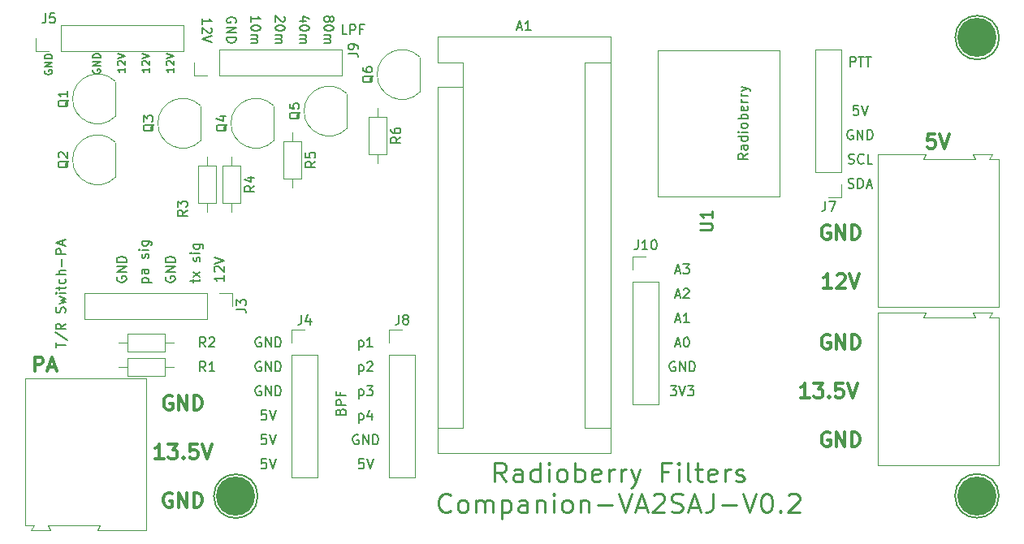
<source format=gbr>
%TF.GenerationSoftware,KiCad,Pcbnew,9.0.4*%
%TF.CreationDate,2025-09-23T14:36:17+02:00*%
%TF.ProjectId,filter shield,66696c74-6572-4207-9368-69656c642e6b,rev?*%
%TF.SameCoordinates,Original*%
%TF.FileFunction,Legend,Top*%
%TF.FilePolarity,Positive*%
%FSLAX46Y46*%
G04 Gerber Fmt 4.6, Leading zero omitted, Abs format (unit mm)*
G04 Created by KiCad (PCBNEW 9.0.4) date 2025-09-23 14:36:17*
%MOMM*%
%LPD*%
G01*
G04 APERTURE LIST*
%ADD10C,0.150000*%
%ADD11C,0.300000*%
%ADD12C,0.250000*%
%ADD13C,0.254000*%
%ADD14C,0.120000*%
%ADD15C,0.100000*%
%ADD16C,4.064000*%
G04 APERTURE END LIST*
D10*
X117612438Y-96011904D02*
X117564819Y-96107142D01*
X117564819Y-96107142D02*
X117564819Y-96249999D01*
X117564819Y-96249999D02*
X117612438Y-96392856D01*
X117612438Y-96392856D02*
X117707676Y-96488094D01*
X117707676Y-96488094D02*
X117802914Y-96535713D01*
X117802914Y-96535713D02*
X117993390Y-96583332D01*
X117993390Y-96583332D02*
X118136247Y-96583332D01*
X118136247Y-96583332D02*
X118326723Y-96535713D01*
X118326723Y-96535713D02*
X118421961Y-96488094D01*
X118421961Y-96488094D02*
X118517200Y-96392856D01*
X118517200Y-96392856D02*
X118564819Y-96249999D01*
X118564819Y-96249999D02*
X118564819Y-96154761D01*
X118564819Y-96154761D02*
X118517200Y-96011904D01*
X118517200Y-96011904D02*
X118469580Y-95964285D01*
X118469580Y-95964285D02*
X118136247Y-95964285D01*
X118136247Y-95964285D02*
X118136247Y-96154761D01*
X118564819Y-95535713D02*
X117564819Y-95535713D01*
X117564819Y-95535713D02*
X118564819Y-94964285D01*
X118564819Y-94964285D02*
X117564819Y-94964285D01*
X118564819Y-94488094D02*
X117564819Y-94488094D01*
X117564819Y-94488094D02*
X117564819Y-94249999D01*
X117564819Y-94249999D02*
X117612438Y-94107142D01*
X117612438Y-94107142D02*
X117707676Y-94011904D01*
X117707676Y-94011904D02*
X117802914Y-93964285D01*
X117802914Y-93964285D02*
X117993390Y-93916666D01*
X117993390Y-93916666D02*
X118136247Y-93916666D01*
X118136247Y-93916666D02*
X118326723Y-93964285D01*
X118326723Y-93964285D02*
X118421961Y-94011904D01*
X118421961Y-94011904D02*
X118517200Y-94107142D01*
X118517200Y-94107142D02*
X118564819Y-94249999D01*
X118564819Y-94249999D02*
X118564819Y-94488094D01*
D11*
X117380001Y-114978328D02*
X116522858Y-114978328D01*
X116951429Y-114978328D02*
X116951429Y-113478328D01*
X116951429Y-113478328D02*
X116808572Y-113692614D01*
X116808572Y-113692614D02*
X116665715Y-113835471D01*
X116665715Y-113835471D02*
X116522858Y-113906900D01*
X117880000Y-113478328D02*
X118808572Y-113478328D01*
X118808572Y-113478328D02*
X118308572Y-114049757D01*
X118308572Y-114049757D02*
X118522857Y-114049757D01*
X118522857Y-114049757D02*
X118665715Y-114121185D01*
X118665715Y-114121185D02*
X118737143Y-114192614D01*
X118737143Y-114192614D02*
X118808572Y-114335471D01*
X118808572Y-114335471D02*
X118808572Y-114692614D01*
X118808572Y-114692614D02*
X118737143Y-114835471D01*
X118737143Y-114835471D02*
X118665715Y-114906900D01*
X118665715Y-114906900D02*
X118522857Y-114978328D01*
X118522857Y-114978328D02*
X118094286Y-114978328D01*
X118094286Y-114978328D02*
X117951429Y-114906900D01*
X117951429Y-114906900D02*
X117880000Y-114835471D01*
X119451428Y-114835471D02*
X119522857Y-114906900D01*
X119522857Y-114906900D02*
X119451428Y-114978328D01*
X119451428Y-114978328D02*
X119380000Y-114906900D01*
X119380000Y-114906900D02*
X119451428Y-114835471D01*
X119451428Y-114835471D02*
X119451428Y-114978328D01*
X120880000Y-113478328D02*
X120165714Y-113478328D01*
X120165714Y-113478328D02*
X120094286Y-114192614D01*
X120094286Y-114192614D02*
X120165714Y-114121185D01*
X120165714Y-114121185D02*
X120308572Y-114049757D01*
X120308572Y-114049757D02*
X120665714Y-114049757D01*
X120665714Y-114049757D02*
X120808572Y-114121185D01*
X120808572Y-114121185D02*
X120880000Y-114192614D01*
X120880000Y-114192614D02*
X120951429Y-114335471D01*
X120951429Y-114335471D02*
X120951429Y-114692614D01*
X120951429Y-114692614D02*
X120880000Y-114835471D01*
X120880000Y-114835471D02*
X120808572Y-114906900D01*
X120808572Y-114906900D02*
X120665714Y-114978328D01*
X120665714Y-114978328D02*
X120308572Y-114978328D01*
X120308572Y-114978328D02*
X120165714Y-114906900D01*
X120165714Y-114906900D02*
X120094286Y-114835471D01*
X121380000Y-113478328D02*
X121880000Y-114978328D01*
X121880000Y-114978328D02*
X122380000Y-113478328D01*
D10*
X123644819Y-95869047D02*
X123644819Y-96440475D01*
X123644819Y-96154761D02*
X122644819Y-96154761D01*
X122644819Y-96154761D02*
X122787676Y-96249999D01*
X122787676Y-96249999D02*
X122882914Y-96345237D01*
X122882914Y-96345237D02*
X122930533Y-96440475D01*
X122740057Y-95488094D02*
X122692438Y-95440475D01*
X122692438Y-95440475D02*
X122644819Y-95345237D01*
X122644819Y-95345237D02*
X122644819Y-95107142D01*
X122644819Y-95107142D02*
X122692438Y-95011904D01*
X122692438Y-95011904D02*
X122740057Y-94964285D01*
X122740057Y-94964285D02*
X122835295Y-94916666D01*
X122835295Y-94916666D02*
X122930533Y-94916666D01*
X122930533Y-94916666D02*
X123073390Y-94964285D01*
X123073390Y-94964285D02*
X123644819Y-95535713D01*
X123644819Y-95535713D02*
X123644819Y-94916666D01*
X122644819Y-94630951D02*
X123644819Y-94297618D01*
X123644819Y-94297618D02*
X122644819Y-93964285D01*
D11*
X103924285Y-105878328D02*
X103924285Y-104378328D01*
X103924285Y-104378328D02*
X104495714Y-104378328D01*
X104495714Y-104378328D02*
X104638571Y-104449757D01*
X104638571Y-104449757D02*
X104710000Y-104521185D01*
X104710000Y-104521185D02*
X104781428Y-104664042D01*
X104781428Y-104664042D02*
X104781428Y-104878328D01*
X104781428Y-104878328D02*
X104710000Y-105021185D01*
X104710000Y-105021185D02*
X104638571Y-105092614D01*
X104638571Y-105092614D02*
X104495714Y-105164042D01*
X104495714Y-105164042D02*
X103924285Y-105164042D01*
X105352857Y-105449757D02*
X106067143Y-105449757D01*
X105210000Y-105878328D02*
X105710000Y-104378328D01*
X105710000Y-104378328D02*
X106210000Y-105878328D01*
D10*
X121405180Y-69660952D02*
X121405180Y-69089524D01*
X121405180Y-69375238D02*
X122405180Y-69375238D01*
X122405180Y-69375238D02*
X122262323Y-69280000D01*
X122262323Y-69280000D02*
X122167085Y-69184762D01*
X122167085Y-69184762D02*
X122119466Y-69089524D01*
X122309942Y-70041905D02*
X122357561Y-70089524D01*
X122357561Y-70089524D02*
X122405180Y-70184762D01*
X122405180Y-70184762D02*
X122405180Y-70422857D01*
X122405180Y-70422857D02*
X122357561Y-70518095D01*
X122357561Y-70518095D02*
X122309942Y-70565714D01*
X122309942Y-70565714D02*
X122214704Y-70613333D01*
X122214704Y-70613333D02*
X122119466Y-70613333D01*
X122119466Y-70613333D02*
X121976609Y-70565714D01*
X121976609Y-70565714D02*
X121405180Y-69994286D01*
X121405180Y-69994286D02*
X121405180Y-70613333D01*
X122405180Y-70899048D02*
X121405180Y-71232381D01*
X121405180Y-71232381D02*
X122405180Y-71565714D01*
X124897561Y-69518095D02*
X124945180Y-69422857D01*
X124945180Y-69422857D02*
X124945180Y-69280000D01*
X124945180Y-69280000D02*
X124897561Y-69137143D01*
X124897561Y-69137143D02*
X124802323Y-69041905D01*
X124802323Y-69041905D02*
X124707085Y-68994286D01*
X124707085Y-68994286D02*
X124516609Y-68946667D01*
X124516609Y-68946667D02*
X124373752Y-68946667D01*
X124373752Y-68946667D02*
X124183276Y-68994286D01*
X124183276Y-68994286D02*
X124088038Y-69041905D01*
X124088038Y-69041905D02*
X123992800Y-69137143D01*
X123992800Y-69137143D02*
X123945180Y-69280000D01*
X123945180Y-69280000D02*
X123945180Y-69375238D01*
X123945180Y-69375238D02*
X123992800Y-69518095D01*
X123992800Y-69518095D02*
X124040419Y-69565714D01*
X124040419Y-69565714D02*
X124373752Y-69565714D01*
X124373752Y-69565714D02*
X124373752Y-69375238D01*
X123945180Y-69994286D02*
X124945180Y-69994286D01*
X124945180Y-69994286D02*
X123945180Y-70565714D01*
X123945180Y-70565714D02*
X124945180Y-70565714D01*
X123945180Y-71041905D02*
X124945180Y-71041905D01*
X124945180Y-71041905D02*
X124945180Y-71280000D01*
X124945180Y-71280000D02*
X124897561Y-71422857D01*
X124897561Y-71422857D02*
X124802323Y-71518095D01*
X124802323Y-71518095D02*
X124707085Y-71565714D01*
X124707085Y-71565714D02*
X124516609Y-71613333D01*
X124516609Y-71613333D02*
X124373752Y-71613333D01*
X124373752Y-71613333D02*
X124183276Y-71565714D01*
X124183276Y-71565714D02*
X124088038Y-71518095D01*
X124088038Y-71518095D02*
X123992800Y-71422857D01*
X123992800Y-71422857D02*
X123945180Y-71280000D01*
X123945180Y-71280000D02*
X123945180Y-71041905D01*
D11*
X118237143Y-108469757D02*
X118094286Y-108398328D01*
X118094286Y-108398328D02*
X117880000Y-108398328D01*
X117880000Y-108398328D02*
X117665714Y-108469757D01*
X117665714Y-108469757D02*
X117522857Y-108612614D01*
X117522857Y-108612614D02*
X117451428Y-108755471D01*
X117451428Y-108755471D02*
X117380000Y-109041185D01*
X117380000Y-109041185D02*
X117380000Y-109255471D01*
X117380000Y-109255471D02*
X117451428Y-109541185D01*
X117451428Y-109541185D02*
X117522857Y-109684042D01*
X117522857Y-109684042D02*
X117665714Y-109826900D01*
X117665714Y-109826900D02*
X117880000Y-109898328D01*
X117880000Y-109898328D02*
X118022857Y-109898328D01*
X118022857Y-109898328D02*
X118237143Y-109826900D01*
X118237143Y-109826900D02*
X118308571Y-109755471D01*
X118308571Y-109755471D02*
X118308571Y-109255471D01*
X118308571Y-109255471D02*
X118022857Y-109255471D01*
X118951428Y-109898328D02*
X118951428Y-108398328D01*
X118951428Y-108398328D02*
X119808571Y-109898328D01*
X119808571Y-109898328D02*
X119808571Y-108398328D01*
X120522857Y-109898328D02*
X120522857Y-108398328D01*
X120522857Y-108398328D02*
X120880000Y-108398328D01*
X120880000Y-108398328D02*
X121094286Y-108469757D01*
X121094286Y-108469757D02*
X121237143Y-108612614D01*
X121237143Y-108612614D02*
X121308572Y-108755471D01*
X121308572Y-108755471D02*
X121380000Y-109041185D01*
X121380000Y-109041185D02*
X121380000Y-109255471D01*
X121380000Y-109255471D02*
X121308572Y-109541185D01*
X121308572Y-109541185D02*
X121237143Y-109684042D01*
X121237143Y-109684042D02*
X121094286Y-109826900D01*
X121094286Y-109826900D02*
X120880000Y-109898328D01*
X120880000Y-109898328D02*
X120522857Y-109898328D01*
D10*
X127508095Y-102372438D02*
X127412857Y-102324819D01*
X127412857Y-102324819D02*
X127270000Y-102324819D01*
X127270000Y-102324819D02*
X127127143Y-102372438D01*
X127127143Y-102372438D02*
X127031905Y-102467676D01*
X127031905Y-102467676D02*
X126984286Y-102562914D01*
X126984286Y-102562914D02*
X126936667Y-102753390D01*
X126936667Y-102753390D02*
X126936667Y-102896247D01*
X126936667Y-102896247D02*
X126984286Y-103086723D01*
X126984286Y-103086723D02*
X127031905Y-103181961D01*
X127031905Y-103181961D02*
X127127143Y-103277200D01*
X127127143Y-103277200D02*
X127270000Y-103324819D01*
X127270000Y-103324819D02*
X127365238Y-103324819D01*
X127365238Y-103324819D02*
X127508095Y-103277200D01*
X127508095Y-103277200D02*
X127555714Y-103229580D01*
X127555714Y-103229580D02*
X127555714Y-102896247D01*
X127555714Y-102896247D02*
X127365238Y-102896247D01*
X127984286Y-103324819D02*
X127984286Y-102324819D01*
X127984286Y-102324819D02*
X128555714Y-103324819D01*
X128555714Y-103324819D02*
X128555714Y-102324819D01*
X129031905Y-103324819D02*
X129031905Y-102324819D01*
X129031905Y-102324819D02*
X129270000Y-102324819D01*
X129270000Y-102324819D02*
X129412857Y-102372438D01*
X129412857Y-102372438D02*
X129508095Y-102467676D01*
X129508095Y-102467676D02*
X129555714Y-102562914D01*
X129555714Y-102562914D02*
X129603333Y-102753390D01*
X129603333Y-102753390D02*
X129603333Y-102896247D01*
X129603333Y-102896247D02*
X129555714Y-103086723D01*
X129555714Y-103086723D02*
X129508095Y-103181961D01*
X129508095Y-103181961D02*
X129412857Y-103277200D01*
X129412857Y-103277200D02*
X129270000Y-103324819D01*
X129270000Y-103324819D02*
X129031905Y-103324819D01*
X127508095Y-104912438D02*
X127412857Y-104864819D01*
X127412857Y-104864819D02*
X127270000Y-104864819D01*
X127270000Y-104864819D02*
X127127143Y-104912438D01*
X127127143Y-104912438D02*
X127031905Y-105007676D01*
X127031905Y-105007676D02*
X126984286Y-105102914D01*
X126984286Y-105102914D02*
X126936667Y-105293390D01*
X126936667Y-105293390D02*
X126936667Y-105436247D01*
X126936667Y-105436247D02*
X126984286Y-105626723D01*
X126984286Y-105626723D02*
X127031905Y-105721961D01*
X127031905Y-105721961D02*
X127127143Y-105817200D01*
X127127143Y-105817200D02*
X127270000Y-105864819D01*
X127270000Y-105864819D02*
X127365238Y-105864819D01*
X127365238Y-105864819D02*
X127508095Y-105817200D01*
X127508095Y-105817200D02*
X127555714Y-105769580D01*
X127555714Y-105769580D02*
X127555714Y-105436247D01*
X127555714Y-105436247D02*
X127365238Y-105436247D01*
X127984286Y-105864819D02*
X127984286Y-104864819D01*
X127984286Y-104864819D02*
X128555714Y-105864819D01*
X128555714Y-105864819D02*
X128555714Y-104864819D01*
X129031905Y-105864819D02*
X129031905Y-104864819D01*
X129031905Y-104864819D02*
X129270000Y-104864819D01*
X129270000Y-104864819D02*
X129412857Y-104912438D01*
X129412857Y-104912438D02*
X129508095Y-105007676D01*
X129508095Y-105007676D02*
X129555714Y-105102914D01*
X129555714Y-105102914D02*
X129603333Y-105293390D01*
X129603333Y-105293390D02*
X129603333Y-105436247D01*
X129603333Y-105436247D02*
X129555714Y-105626723D01*
X129555714Y-105626723D02*
X129508095Y-105721961D01*
X129508095Y-105721961D02*
X129412857Y-105817200D01*
X129412857Y-105817200D02*
X129270000Y-105864819D01*
X129270000Y-105864819D02*
X129031905Y-105864819D01*
X127508095Y-107452438D02*
X127412857Y-107404819D01*
X127412857Y-107404819D02*
X127270000Y-107404819D01*
X127270000Y-107404819D02*
X127127143Y-107452438D01*
X127127143Y-107452438D02*
X127031905Y-107547676D01*
X127031905Y-107547676D02*
X126984286Y-107642914D01*
X126984286Y-107642914D02*
X126936667Y-107833390D01*
X126936667Y-107833390D02*
X126936667Y-107976247D01*
X126936667Y-107976247D02*
X126984286Y-108166723D01*
X126984286Y-108166723D02*
X127031905Y-108261961D01*
X127031905Y-108261961D02*
X127127143Y-108357200D01*
X127127143Y-108357200D02*
X127270000Y-108404819D01*
X127270000Y-108404819D02*
X127365238Y-108404819D01*
X127365238Y-108404819D02*
X127508095Y-108357200D01*
X127508095Y-108357200D02*
X127555714Y-108309580D01*
X127555714Y-108309580D02*
X127555714Y-107976247D01*
X127555714Y-107976247D02*
X127365238Y-107976247D01*
X127984286Y-108404819D02*
X127984286Y-107404819D01*
X127984286Y-107404819D02*
X128555714Y-108404819D01*
X128555714Y-108404819D02*
X128555714Y-107404819D01*
X129031905Y-108404819D02*
X129031905Y-107404819D01*
X129031905Y-107404819D02*
X129270000Y-107404819D01*
X129270000Y-107404819D02*
X129412857Y-107452438D01*
X129412857Y-107452438D02*
X129508095Y-107547676D01*
X129508095Y-107547676D02*
X129555714Y-107642914D01*
X129555714Y-107642914D02*
X129603333Y-107833390D01*
X129603333Y-107833390D02*
X129603333Y-107976247D01*
X129603333Y-107976247D02*
X129555714Y-108166723D01*
X129555714Y-108166723D02*
X129508095Y-108261961D01*
X129508095Y-108261961D02*
X129412857Y-108357200D01*
X129412857Y-108357200D02*
X129270000Y-108404819D01*
X129270000Y-108404819D02*
X129031905Y-108404819D01*
X128079523Y-109944819D02*
X127603333Y-109944819D01*
X127603333Y-109944819D02*
X127555714Y-110421009D01*
X127555714Y-110421009D02*
X127603333Y-110373390D01*
X127603333Y-110373390D02*
X127698571Y-110325771D01*
X127698571Y-110325771D02*
X127936666Y-110325771D01*
X127936666Y-110325771D02*
X128031904Y-110373390D01*
X128031904Y-110373390D02*
X128079523Y-110421009D01*
X128079523Y-110421009D02*
X128127142Y-110516247D01*
X128127142Y-110516247D02*
X128127142Y-110754342D01*
X128127142Y-110754342D02*
X128079523Y-110849580D01*
X128079523Y-110849580D02*
X128031904Y-110897200D01*
X128031904Y-110897200D02*
X127936666Y-110944819D01*
X127936666Y-110944819D02*
X127698571Y-110944819D01*
X127698571Y-110944819D02*
X127603333Y-110897200D01*
X127603333Y-110897200D02*
X127555714Y-110849580D01*
X128412857Y-109944819D02*
X128746190Y-110944819D01*
X128746190Y-110944819D02*
X129079523Y-109944819D01*
X128079523Y-112484819D02*
X127603333Y-112484819D01*
X127603333Y-112484819D02*
X127555714Y-112961009D01*
X127555714Y-112961009D02*
X127603333Y-112913390D01*
X127603333Y-112913390D02*
X127698571Y-112865771D01*
X127698571Y-112865771D02*
X127936666Y-112865771D01*
X127936666Y-112865771D02*
X128031904Y-112913390D01*
X128031904Y-112913390D02*
X128079523Y-112961009D01*
X128079523Y-112961009D02*
X128127142Y-113056247D01*
X128127142Y-113056247D02*
X128127142Y-113294342D01*
X128127142Y-113294342D02*
X128079523Y-113389580D01*
X128079523Y-113389580D02*
X128031904Y-113437200D01*
X128031904Y-113437200D02*
X127936666Y-113484819D01*
X127936666Y-113484819D02*
X127698571Y-113484819D01*
X127698571Y-113484819D02*
X127603333Y-113437200D01*
X127603333Y-113437200D02*
X127555714Y-113389580D01*
X128412857Y-112484819D02*
X128746190Y-113484819D01*
X128746190Y-113484819D02*
X129079523Y-112484819D01*
X128079523Y-115024819D02*
X127603333Y-115024819D01*
X127603333Y-115024819D02*
X127555714Y-115501009D01*
X127555714Y-115501009D02*
X127603333Y-115453390D01*
X127603333Y-115453390D02*
X127698571Y-115405771D01*
X127698571Y-115405771D02*
X127936666Y-115405771D01*
X127936666Y-115405771D02*
X128031904Y-115453390D01*
X128031904Y-115453390D02*
X128079523Y-115501009D01*
X128079523Y-115501009D02*
X128127142Y-115596247D01*
X128127142Y-115596247D02*
X128127142Y-115834342D01*
X128127142Y-115834342D02*
X128079523Y-115929580D01*
X128079523Y-115929580D02*
X128031904Y-115977200D01*
X128031904Y-115977200D02*
X127936666Y-116024819D01*
X127936666Y-116024819D02*
X127698571Y-116024819D01*
X127698571Y-116024819D02*
X127603333Y-115977200D01*
X127603333Y-115977200D02*
X127555714Y-115929580D01*
X128412857Y-115024819D02*
X128746190Y-116024819D01*
X128746190Y-116024819D02*
X129079523Y-115024819D01*
X112532438Y-96011904D02*
X112484819Y-96107142D01*
X112484819Y-96107142D02*
X112484819Y-96249999D01*
X112484819Y-96249999D02*
X112532438Y-96392856D01*
X112532438Y-96392856D02*
X112627676Y-96488094D01*
X112627676Y-96488094D02*
X112722914Y-96535713D01*
X112722914Y-96535713D02*
X112913390Y-96583332D01*
X112913390Y-96583332D02*
X113056247Y-96583332D01*
X113056247Y-96583332D02*
X113246723Y-96535713D01*
X113246723Y-96535713D02*
X113341961Y-96488094D01*
X113341961Y-96488094D02*
X113437200Y-96392856D01*
X113437200Y-96392856D02*
X113484819Y-96249999D01*
X113484819Y-96249999D02*
X113484819Y-96154761D01*
X113484819Y-96154761D02*
X113437200Y-96011904D01*
X113437200Y-96011904D02*
X113389580Y-95964285D01*
X113389580Y-95964285D02*
X113056247Y-95964285D01*
X113056247Y-95964285D02*
X113056247Y-96154761D01*
X113484819Y-95535713D02*
X112484819Y-95535713D01*
X112484819Y-95535713D02*
X113484819Y-94964285D01*
X113484819Y-94964285D02*
X112484819Y-94964285D01*
X113484819Y-94488094D02*
X112484819Y-94488094D01*
X112484819Y-94488094D02*
X112484819Y-94249999D01*
X112484819Y-94249999D02*
X112532438Y-94107142D01*
X112532438Y-94107142D02*
X112627676Y-94011904D01*
X112627676Y-94011904D02*
X112722914Y-93964285D01*
X112722914Y-93964285D02*
X112913390Y-93916666D01*
X112913390Y-93916666D02*
X113056247Y-93916666D01*
X113056247Y-93916666D02*
X113246723Y-93964285D01*
X113246723Y-93964285D02*
X113341961Y-94011904D01*
X113341961Y-94011904D02*
X113437200Y-94107142D01*
X113437200Y-94107142D02*
X113484819Y-94249999D01*
X113484819Y-94249999D02*
X113484819Y-94488094D01*
X115912295Y-74235238D02*
X115912295Y-74692381D01*
X115912295Y-74463809D02*
X115112295Y-74463809D01*
X115112295Y-74463809D02*
X115226580Y-74540000D01*
X115226580Y-74540000D02*
X115302771Y-74616190D01*
X115302771Y-74616190D02*
X115340866Y-74692381D01*
X115188485Y-73930476D02*
X115150390Y-73892380D01*
X115150390Y-73892380D02*
X115112295Y-73816190D01*
X115112295Y-73816190D02*
X115112295Y-73625714D01*
X115112295Y-73625714D02*
X115150390Y-73549523D01*
X115150390Y-73549523D02*
X115188485Y-73511428D01*
X115188485Y-73511428D02*
X115264676Y-73473333D01*
X115264676Y-73473333D02*
X115340866Y-73473333D01*
X115340866Y-73473333D02*
X115455152Y-73511428D01*
X115455152Y-73511428D02*
X115912295Y-73968571D01*
X115912295Y-73968571D02*
X115912295Y-73473333D01*
X115112295Y-73244761D02*
X115912295Y-72978094D01*
X115912295Y-72978094D02*
X115112295Y-72711428D01*
X113372295Y-74235238D02*
X113372295Y-74692381D01*
X113372295Y-74463809D02*
X112572295Y-74463809D01*
X112572295Y-74463809D02*
X112686580Y-74540000D01*
X112686580Y-74540000D02*
X112762771Y-74616190D01*
X112762771Y-74616190D02*
X112800866Y-74692381D01*
X112648485Y-73930476D02*
X112610390Y-73892380D01*
X112610390Y-73892380D02*
X112572295Y-73816190D01*
X112572295Y-73816190D02*
X112572295Y-73625714D01*
X112572295Y-73625714D02*
X112610390Y-73549523D01*
X112610390Y-73549523D02*
X112648485Y-73511428D01*
X112648485Y-73511428D02*
X112724676Y-73473333D01*
X112724676Y-73473333D02*
X112800866Y-73473333D01*
X112800866Y-73473333D02*
X112915152Y-73511428D01*
X112915152Y-73511428D02*
X113372295Y-73968571D01*
X113372295Y-73968571D02*
X113372295Y-73473333D01*
X112572295Y-73244761D02*
X113372295Y-72978094D01*
X113372295Y-72978094D02*
X112572295Y-72711428D01*
X110040390Y-74409523D02*
X110002295Y-74485713D01*
X110002295Y-74485713D02*
X110002295Y-74599999D01*
X110002295Y-74599999D02*
X110040390Y-74714285D01*
X110040390Y-74714285D02*
X110116580Y-74790475D01*
X110116580Y-74790475D02*
X110192771Y-74828570D01*
X110192771Y-74828570D02*
X110345152Y-74866666D01*
X110345152Y-74866666D02*
X110459438Y-74866666D01*
X110459438Y-74866666D02*
X110611819Y-74828570D01*
X110611819Y-74828570D02*
X110688009Y-74790475D01*
X110688009Y-74790475D02*
X110764200Y-74714285D01*
X110764200Y-74714285D02*
X110802295Y-74599999D01*
X110802295Y-74599999D02*
X110802295Y-74523808D01*
X110802295Y-74523808D02*
X110764200Y-74409523D01*
X110764200Y-74409523D02*
X110726104Y-74371427D01*
X110726104Y-74371427D02*
X110459438Y-74371427D01*
X110459438Y-74371427D02*
X110459438Y-74523808D01*
X110802295Y-74028570D02*
X110002295Y-74028570D01*
X110002295Y-74028570D02*
X110802295Y-73571427D01*
X110802295Y-73571427D02*
X110002295Y-73571427D01*
X110802295Y-73190475D02*
X110002295Y-73190475D01*
X110002295Y-73190475D02*
X110002295Y-72999999D01*
X110002295Y-72999999D02*
X110040390Y-72885713D01*
X110040390Y-72885713D02*
X110116580Y-72809523D01*
X110116580Y-72809523D02*
X110192771Y-72771428D01*
X110192771Y-72771428D02*
X110345152Y-72733332D01*
X110345152Y-72733332D02*
X110459438Y-72733332D01*
X110459438Y-72733332D02*
X110611819Y-72771428D01*
X110611819Y-72771428D02*
X110688009Y-72809523D01*
X110688009Y-72809523D02*
X110764200Y-72885713D01*
X110764200Y-72885713D02*
X110802295Y-72999999D01*
X110802295Y-72999999D02*
X110802295Y-73190475D01*
X105010390Y-74479523D02*
X104972295Y-74555713D01*
X104972295Y-74555713D02*
X104972295Y-74669999D01*
X104972295Y-74669999D02*
X105010390Y-74784285D01*
X105010390Y-74784285D02*
X105086580Y-74860475D01*
X105086580Y-74860475D02*
X105162771Y-74898570D01*
X105162771Y-74898570D02*
X105315152Y-74936666D01*
X105315152Y-74936666D02*
X105429438Y-74936666D01*
X105429438Y-74936666D02*
X105581819Y-74898570D01*
X105581819Y-74898570D02*
X105658009Y-74860475D01*
X105658009Y-74860475D02*
X105734200Y-74784285D01*
X105734200Y-74784285D02*
X105772295Y-74669999D01*
X105772295Y-74669999D02*
X105772295Y-74593808D01*
X105772295Y-74593808D02*
X105734200Y-74479523D01*
X105734200Y-74479523D02*
X105696104Y-74441427D01*
X105696104Y-74441427D02*
X105429438Y-74441427D01*
X105429438Y-74441427D02*
X105429438Y-74593808D01*
X105772295Y-74098570D02*
X104972295Y-74098570D01*
X104972295Y-74098570D02*
X105772295Y-73641427D01*
X105772295Y-73641427D02*
X104972295Y-73641427D01*
X105772295Y-73260475D02*
X104972295Y-73260475D01*
X104972295Y-73260475D02*
X104972295Y-73069999D01*
X104972295Y-73069999D02*
X105010390Y-72955713D01*
X105010390Y-72955713D02*
X105086580Y-72879523D01*
X105086580Y-72879523D02*
X105162771Y-72841428D01*
X105162771Y-72841428D02*
X105315152Y-72803332D01*
X105315152Y-72803332D02*
X105429438Y-72803332D01*
X105429438Y-72803332D02*
X105581819Y-72841428D01*
X105581819Y-72841428D02*
X105658009Y-72879523D01*
X105658009Y-72879523D02*
X105734200Y-72955713D01*
X105734200Y-72955713D02*
X105772295Y-73069999D01*
X105772295Y-73069999D02*
X105772295Y-73260475D01*
D11*
X118227143Y-118609757D02*
X118084286Y-118538328D01*
X118084286Y-118538328D02*
X117870000Y-118538328D01*
X117870000Y-118538328D02*
X117655714Y-118609757D01*
X117655714Y-118609757D02*
X117512857Y-118752614D01*
X117512857Y-118752614D02*
X117441428Y-118895471D01*
X117441428Y-118895471D02*
X117370000Y-119181185D01*
X117370000Y-119181185D02*
X117370000Y-119395471D01*
X117370000Y-119395471D02*
X117441428Y-119681185D01*
X117441428Y-119681185D02*
X117512857Y-119824042D01*
X117512857Y-119824042D02*
X117655714Y-119966900D01*
X117655714Y-119966900D02*
X117870000Y-120038328D01*
X117870000Y-120038328D02*
X118012857Y-120038328D01*
X118012857Y-120038328D02*
X118227143Y-119966900D01*
X118227143Y-119966900D02*
X118298571Y-119895471D01*
X118298571Y-119895471D02*
X118298571Y-119395471D01*
X118298571Y-119395471D02*
X118012857Y-119395471D01*
X118941428Y-120038328D02*
X118941428Y-118538328D01*
X118941428Y-118538328D02*
X119798571Y-120038328D01*
X119798571Y-120038328D02*
X119798571Y-118538328D01*
X120512857Y-120038328D02*
X120512857Y-118538328D01*
X120512857Y-118538328D02*
X120870000Y-118538328D01*
X120870000Y-118538328D02*
X121084286Y-118609757D01*
X121084286Y-118609757D02*
X121227143Y-118752614D01*
X121227143Y-118752614D02*
X121298572Y-118895471D01*
X121298572Y-118895471D02*
X121370000Y-119181185D01*
X121370000Y-119181185D02*
X121370000Y-119395471D01*
X121370000Y-119395471D02*
X121298572Y-119681185D01*
X121298572Y-119681185D02*
X121227143Y-119824042D01*
X121227143Y-119824042D02*
X121084286Y-119966900D01*
X121084286Y-119966900D02*
X120870000Y-120038328D01*
X120870000Y-120038328D02*
X120512857Y-120038328D01*
D10*
X137739524Y-105198152D02*
X137739524Y-106198152D01*
X137739524Y-105245771D02*
X137834762Y-105198152D01*
X137834762Y-105198152D02*
X138025238Y-105198152D01*
X138025238Y-105198152D02*
X138120476Y-105245771D01*
X138120476Y-105245771D02*
X138168095Y-105293390D01*
X138168095Y-105293390D02*
X138215714Y-105388628D01*
X138215714Y-105388628D02*
X138215714Y-105674342D01*
X138215714Y-105674342D02*
X138168095Y-105769580D01*
X138168095Y-105769580D02*
X138120476Y-105817200D01*
X138120476Y-105817200D02*
X138025238Y-105864819D01*
X138025238Y-105864819D02*
X137834762Y-105864819D01*
X137834762Y-105864819D02*
X137739524Y-105817200D01*
X138596667Y-104960057D02*
X138644286Y-104912438D01*
X138644286Y-104912438D02*
X138739524Y-104864819D01*
X138739524Y-104864819D02*
X138977619Y-104864819D01*
X138977619Y-104864819D02*
X139072857Y-104912438D01*
X139072857Y-104912438D02*
X139120476Y-104960057D01*
X139120476Y-104960057D02*
X139168095Y-105055295D01*
X139168095Y-105055295D02*
X139168095Y-105150533D01*
X139168095Y-105150533D02*
X139120476Y-105293390D01*
X139120476Y-105293390D02*
X138549048Y-105864819D01*
X138549048Y-105864819D02*
X139168095Y-105864819D01*
X170688095Y-104912438D02*
X170592857Y-104864819D01*
X170592857Y-104864819D02*
X170450000Y-104864819D01*
X170450000Y-104864819D02*
X170307143Y-104912438D01*
X170307143Y-104912438D02*
X170211905Y-105007676D01*
X170211905Y-105007676D02*
X170164286Y-105102914D01*
X170164286Y-105102914D02*
X170116667Y-105293390D01*
X170116667Y-105293390D02*
X170116667Y-105436247D01*
X170116667Y-105436247D02*
X170164286Y-105626723D01*
X170164286Y-105626723D02*
X170211905Y-105721961D01*
X170211905Y-105721961D02*
X170307143Y-105817200D01*
X170307143Y-105817200D02*
X170450000Y-105864819D01*
X170450000Y-105864819D02*
X170545238Y-105864819D01*
X170545238Y-105864819D02*
X170688095Y-105817200D01*
X170688095Y-105817200D02*
X170735714Y-105769580D01*
X170735714Y-105769580D02*
X170735714Y-105436247D01*
X170735714Y-105436247D02*
X170545238Y-105436247D01*
X171164286Y-105864819D02*
X171164286Y-104864819D01*
X171164286Y-104864819D02*
X171735714Y-105864819D01*
X171735714Y-105864819D02*
X171735714Y-104864819D01*
X172211905Y-105864819D02*
X172211905Y-104864819D01*
X172211905Y-104864819D02*
X172450000Y-104864819D01*
X172450000Y-104864819D02*
X172592857Y-104912438D01*
X172592857Y-104912438D02*
X172688095Y-105007676D01*
X172688095Y-105007676D02*
X172735714Y-105102914D01*
X172735714Y-105102914D02*
X172783333Y-105293390D01*
X172783333Y-105293390D02*
X172783333Y-105436247D01*
X172783333Y-105436247D02*
X172735714Y-105626723D01*
X172735714Y-105626723D02*
X172688095Y-105721961D01*
X172688095Y-105721961D02*
X172592857Y-105817200D01*
X172592857Y-105817200D02*
X172450000Y-105864819D01*
X172450000Y-105864819D02*
X172211905Y-105864819D01*
X129929942Y-68851429D02*
X129977561Y-68899048D01*
X129977561Y-68899048D02*
X130025180Y-68994286D01*
X130025180Y-68994286D02*
X130025180Y-69232381D01*
X130025180Y-69232381D02*
X129977561Y-69327619D01*
X129977561Y-69327619D02*
X129929942Y-69375238D01*
X129929942Y-69375238D02*
X129834704Y-69422857D01*
X129834704Y-69422857D02*
X129739466Y-69422857D01*
X129739466Y-69422857D02*
X129596609Y-69375238D01*
X129596609Y-69375238D02*
X129025180Y-68803810D01*
X129025180Y-68803810D02*
X129025180Y-69422857D01*
X130025180Y-70041905D02*
X130025180Y-70137143D01*
X130025180Y-70137143D02*
X129977561Y-70232381D01*
X129977561Y-70232381D02*
X129929942Y-70280000D01*
X129929942Y-70280000D02*
X129834704Y-70327619D01*
X129834704Y-70327619D02*
X129644228Y-70375238D01*
X129644228Y-70375238D02*
X129406133Y-70375238D01*
X129406133Y-70375238D02*
X129215657Y-70327619D01*
X129215657Y-70327619D02*
X129120419Y-70280000D01*
X129120419Y-70280000D02*
X129072800Y-70232381D01*
X129072800Y-70232381D02*
X129025180Y-70137143D01*
X129025180Y-70137143D02*
X129025180Y-70041905D01*
X129025180Y-70041905D02*
X129072800Y-69946667D01*
X129072800Y-69946667D02*
X129120419Y-69899048D01*
X129120419Y-69899048D02*
X129215657Y-69851429D01*
X129215657Y-69851429D02*
X129406133Y-69803810D01*
X129406133Y-69803810D02*
X129644228Y-69803810D01*
X129644228Y-69803810D02*
X129834704Y-69851429D01*
X129834704Y-69851429D02*
X129929942Y-69899048D01*
X129929942Y-69899048D02*
X129977561Y-69946667D01*
X129977561Y-69946667D02*
X130025180Y-70041905D01*
X129025180Y-70803810D02*
X129691847Y-70803810D01*
X129596609Y-70803810D02*
X129644228Y-70851429D01*
X129644228Y-70851429D02*
X129691847Y-70946667D01*
X129691847Y-70946667D02*
X129691847Y-71089524D01*
X129691847Y-71089524D02*
X129644228Y-71184762D01*
X129644228Y-71184762D02*
X129548990Y-71232381D01*
X129548990Y-71232381D02*
X129025180Y-71232381D01*
X129548990Y-71232381D02*
X129644228Y-71280000D01*
X129644228Y-71280000D02*
X129691847Y-71375238D01*
X129691847Y-71375238D02*
X129691847Y-71518095D01*
X129691847Y-71518095D02*
X129644228Y-71613334D01*
X129644228Y-71613334D02*
X129548990Y-71660953D01*
X129548990Y-71660953D02*
X129025180Y-71660953D01*
D11*
X187031429Y-97198328D02*
X186174286Y-97198328D01*
X186602857Y-97198328D02*
X186602857Y-95698328D01*
X186602857Y-95698328D02*
X186460000Y-95912614D01*
X186460000Y-95912614D02*
X186317143Y-96055471D01*
X186317143Y-96055471D02*
X186174286Y-96126900D01*
X187602857Y-95841185D02*
X187674285Y-95769757D01*
X187674285Y-95769757D02*
X187817143Y-95698328D01*
X187817143Y-95698328D02*
X188174285Y-95698328D01*
X188174285Y-95698328D02*
X188317143Y-95769757D01*
X188317143Y-95769757D02*
X188388571Y-95841185D01*
X188388571Y-95841185D02*
X188460000Y-95984042D01*
X188460000Y-95984042D02*
X188460000Y-96126900D01*
X188460000Y-96126900D02*
X188388571Y-96341185D01*
X188388571Y-96341185D02*
X187531428Y-97198328D01*
X187531428Y-97198328D02*
X188460000Y-97198328D01*
X188888571Y-95698328D02*
X189388571Y-97198328D01*
X189388571Y-97198328D02*
X189888571Y-95698328D01*
X186817143Y-112279757D02*
X186674286Y-112208328D01*
X186674286Y-112208328D02*
X186460000Y-112208328D01*
X186460000Y-112208328D02*
X186245714Y-112279757D01*
X186245714Y-112279757D02*
X186102857Y-112422614D01*
X186102857Y-112422614D02*
X186031428Y-112565471D01*
X186031428Y-112565471D02*
X185960000Y-112851185D01*
X185960000Y-112851185D02*
X185960000Y-113065471D01*
X185960000Y-113065471D02*
X186031428Y-113351185D01*
X186031428Y-113351185D02*
X186102857Y-113494042D01*
X186102857Y-113494042D02*
X186245714Y-113636900D01*
X186245714Y-113636900D02*
X186460000Y-113708328D01*
X186460000Y-113708328D02*
X186602857Y-113708328D01*
X186602857Y-113708328D02*
X186817143Y-113636900D01*
X186817143Y-113636900D02*
X186888571Y-113565471D01*
X186888571Y-113565471D02*
X186888571Y-113065471D01*
X186888571Y-113065471D02*
X186602857Y-113065471D01*
X187531428Y-113708328D02*
X187531428Y-112208328D01*
X187531428Y-112208328D02*
X188388571Y-113708328D01*
X188388571Y-113708328D02*
X188388571Y-112208328D01*
X189102857Y-113708328D02*
X189102857Y-112208328D01*
X189102857Y-112208328D02*
X189460000Y-112208328D01*
X189460000Y-112208328D02*
X189674286Y-112279757D01*
X189674286Y-112279757D02*
X189817143Y-112422614D01*
X189817143Y-112422614D02*
X189888572Y-112565471D01*
X189888572Y-112565471D02*
X189960000Y-112851185D01*
X189960000Y-112851185D02*
X189960000Y-113065471D01*
X189960000Y-113065471D02*
X189888572Y-113351185D01*
X189888572Y-113351185D02*
X189817143Y-113494042D01*
X189817143Y-113494042D02*
X189674286Y-113636900D01*
X189674286Y-113636900D02*
X189460000Y-113708328D01*
X189460000Y-113708328D02*
X189102857Y-113708328D01*
D10*
X136480952Y-70734819D02*
X136004762Y-70734819D01*
X136004762Y-70734819D02*
X136004762Y-69734819D01*
X136814286Y-70734819D02*
X136814286Y-69734819D01*
X136814286Y-69734819D02*
X137195238Y-69734819D01*
X137195238Y-69734819D02*
X137290476Y-69782438D01*
X137290476Y-69782438D02*
X137338095Y-69830057D01*
X137338095Y-69830057D02*
X137385714Y-69925295D01*
X137385714Y-69925295D02*
X137385714Y-70068152D01*
X137385714Y-70068152D02*
X137338095Y-70163390D01*
X137338095Y-70163390D02*
X137290476Y-70211009D01*
X137290476Y-70211009D02*
X137195238Y-70258628D01*
X137195238Y-70258628D02*
X136814286Y-70258628D01*
X138147619Y-70211009D02*
X137814286Y-70211009D01*
X137814286Y-70734819D02*
X137814286Y-69734819D01*
X137814286Y-69734819D02*
X138290476Y-69734819D01*
D11*
X197784286Y-81128328D02*
X197070000Y-81128328D01*
X197070000Y-81128328D02*
X196998572Y-81842614D01*
X196998572Y-81842614D02*
X197070000Y-81771185D01*
X197070000Y-81771185D02*
X197212858Y-81699757D01*
X197212858Y-81699757D02*
X197570000Y-81699757D01*
X197570000Y-81699757D02*
X197712858Y-81771185D01*
X197712858Y-81771185D02*
X197784286Y-81842614D01*
X197784286Y-81842614D02*
X197855715Y-81985471D01*
X197855715Y-81985471D02*
X197855715Y-82342614D01*
X197855715Y-82342614D02*
X197784286Y-82485471D01*
X197784286Y-82485471D02*
X197712858Y-82556900D01*
X197712858Y-82556900D02*
X197570000Y-82628328D01*
X197570000Y-82628328D02*
X197212858Y-82628328D01*
X197212858Y-82628328D02*
X197070000Y-82556900D01*
X197070000Y-82556900D02*
X196998572Y-82485471D01*
X198284286Y-81128328D02*
X198784286Y-82628328D01*
X198784286Y-82628328D02*
X199284286Y-81128328D01*
D10*
X170735714Y-100499104D02*
X171211904Y-100499104D01*
X170640476Y-100784819D02*
X170973809Y-99784819D01*
X170973809Y-99784819D02*
X171307142Y-100784819D01*
X172164285Y-100784819D02*
X171592857Y-100784819D01*
X171878571Y-100784819D02*
X171878571Y-99784819D01*
X171878571Y-99784819D02*
X171783333Y-99927676D01*
X171783333Y-99927676D02*
X171688095Y-100022914D01*
X171688095Y-100022914D02*
X171592857Y-100070533D01*
X189789523Y-78154819D02*
X189313333Y-78154819D01*
X189313333Y-78154819D02*
X189265714Y-78631009D01*
X189265714Y-78631009D02*
X189313333Y-78583390D01*
X189313333Y-78583390D02*
X189408571Y-78535771D01*
X189408571Y-78535771D02*
X189646666Y-78535771D01*
X189646666Y-78535771D02*
X189741904Y-78583390D01*
X189741904Y-78583390D02*
X189789523Y-78631009D01*
X189789523Y-78631009D02*
X189837142Y-78726247D01*
X189837142Y-78726247D02*
X189837142Y-78964342D01*
X189837142Y-78964342D02*
X189789523Y-79059580D01*
X189789523Y-79059580D02*
X189741904Y-79107200D01*
X189741904Y-79107200D02*
X189646666Y-79154819D01*
X189646666Y-79154819D02*
X189408571Y-79154819D01*
X189408571Y-79154819D02*
X189313333Y-79107200D01*
X189313333Y-79107200D02*
X189265714Y-79059580D01*
X190122857Y-78154819D02*
X190456190Y-79154819D01*
X190456190Y-79154819D02*
X190789523Y-78154819D01*
X188765714Y-86727200D02*
X188908571Y-86774819D01*
X188908571Y-86774819D02*
X189146666Y-86774819D01*
X189146666Y-86774819D02*
X189241904Y-86727200D01*
X189241904Y-86727200D02*
X189289523Y-86679580D01*
X189289523Y-86679580D02*
X189337142Y-86584342D01*
X189337142Y-86584342D02*
X189337142Y-86489104D01*
X189337142Y-86489104D02*
X189289523Y-86393866D01*
X189289523Y-86393866D02*
X189241904Y-86346247D01*
X189241904Y-86346247D02*
X189146666Y-86298628D01*
X189146666Y-86298628D02*
X188956190Y-86251009D01*
X188956190Y-86251009D02*
X188860952Y-86203390D01*
X188860952Y-86203390D02*
X188813333Y-86155771D01*
X188813333Y-86155771D02*
X188765714Y-86060533D01*
X188765714Y-86060533D02*
X188765714Y-85965295D01*
X188765714Y-85965295D02*
X188813333Y-85870057D01*
X188813333Y-85870057D02*
X188860952Y-85822438D01*
X188860952Y-85822438D02*
X188956190Y-85774819D01*
X188956190Y-85774819D02*
X189194285Y-85774819D01*
X189194285Y-85774819D02*
X189337142Y-85822438D01*
X189765714Y-86774819D02*
X189765714Y-85774819D01*
X189765714Y-85774819D02*
X190003809Y-85774819D01*
X190003809Y-85774819D02*
X190146666Y-85822438D01*
X190146666Y-85822438D02*
X190241904Y-85917676D01*
X190241904Y-85917676D02*
X190289523Y-86012914D01*
X190289523Y-86012914D02*
X190337142Y-86203390D01*
X190337142Y-86203390D02*
X190337142Y-86346247D01*
X190337142Y-86346247D02*
X190289523Y-86536723D01*
X190289523Y-86536723D02*
X190241904Y-86631961D01*
X190241904Y-86631961D02*
X190146666Y-86727200D01*
X190146666Y-86727200D02*
X190003809Y-86774819D01*
X190003809Y-86774819D02*
X189765714Y-86774819D01*
X190718095Y-86489104D02*
X191194285Y-86489104D01*
X190622857Y-86774819D02*
X190956190Y-85774819D01*
X190956190Y-85774819D02*
X191289523Y-86774819D01*
D11*
X186817143Y-102119757D02*
X186674286Y-102048328D01*
X186674286Y-102048328D02*
X186460000Y-102048328D01*
X186460000Y-102048328D02*
X186245714Y-102119757D01*
X186245714Y-102119757D02*
X186102857Y-102262614D01*
X186102857Y-102262614D02*
X186031428Y-102405471D01*
X186031428Y-102405471D02*
X185960000Y-102691185D01*
X185960000Y-102691185D02*
X185960000Y-102905471D01*
X185960000Y-102905471D02*
X186031428Y-103191185D01*
X186031428Y-103191185D02*
X186102857Y-103334042D01*
X186102857Y-103334042D02*
X186245714Y-103476900D01*
X186245714Y-103476900D02*
X186460000Y-103548328D01*
X186460000Y-103548328D02*
X186602857Y-103548328D01*
X186602857Y-103548328D02*
X186817143Y-103476900D01*
X186817143Y-103476900D02*
X186888571Y-103405471D01*
X186888571Y-103405471D02*
X186888571Y-102905471D01*
X186888571Y-102905471D02*
X186602857Y-102905471D01*
X187531428Y-103548328D02*
X187531428Y-102048328D01*
X187531428Y-102048328D02*
X188388571Y-103548328D01*
X188388571Y-103548328D02*
X188388571Y-102048328D01*
X189102857Y-103548328D02*
X189102857Y-102048328D01*
X189102857Y-102048328D02*
X189460000Y-102048328D01*
X189460000Y-102048328D02*
X189674286Y-102119757D01*
X189674286Y-102119757D02*
X189817143Y-102262614D01*
X189817143Y-102262614D02*
X189888572Y-102405471D01*
X189888572Y-102405471D02*
X189960000Y-102691185D01*
X189960000Y-102691185D02*
X189960000Y-102905471D01*
X189960000Y-102905471D02*
X189888572Y-103191185D01*
X189888572Y-103191185D02*
X189817143Y-103334042D01*
X189817143Y-103334042D02*
X189674286Y-103476900D01*
X189674286Y-103476900D02*
X189460000Y-103548328D01*
X189460000Y-103548328D02*
X189102857Y-103548328D01*
X186817143Y-90689757D02*
X186674286Y-90618328D01*
X186674286Y-90618328D02*
X186460000Y-90618328D01*
X186460000Y-90618328D02*
X186245714Y-90689757D01*
X186245714Y-90689757D02*
X186102857Y-90832614D01*
X186102857Y-90832614D02*
X186031428Y-90975471D01*
X186031428Y-90975471D02*
X185960000Y-91261185D01*
X185960000Y-91261185D02*
X185960000Y-91475471D01*
X185960000Y-91475471D02*
X186031428Y-91761185D01*
X186031428Y-91761185D02*
X186102857Y-91904042D01*
X186102857Y-91904042D02*
X186245714Y-92046900D01*
X186245714Y-92046900D02*
X186460000Y-92118328D01*
X186460000Y-92118328D02*
X186602857Y-92118328D01*
X186602857Y-92118328D02*
X186817143Y-92046900D01*
X186817143Y-92046900D02*
X186888571Y-91975471D01*
X186888571Y-91975471D02*
X186888571Y-91475471D01*
X186888571Y-91475471D02*
X186602857Y-91475471D01*
X187531428Y-92118328D02*
X187531428Y-90618328D01*
X187531428Y-90618328D02*
X188388571Y-92118328D01*
X188388571Y-92118328D02*
X188388571Y-90618328D01*
X189102857Y-92118328D02*
X189102857Y-90618328D01*
X189102857Y-90618328D02*
X189460000Y-90618328D01*
X189460000Y-90618328D02*
X189674286Y-90689757D01*
X189674286Y-90689757D02*
X189817143Y-90832614D01*
X189817143Y-90832614D02*
X189888572Y-90975471D01*
X189888572Y-90975471D02*
X189960000Y-91261185D01*
X189960000Y-91261185D02*
X189960000Y-91475471D01*
X189960000Y-91475471D02*
X189888572Y-91761185D01*
X189888572Y-91761185D02*
X189817143Y-91904042D01*
X189817143Y-91904042D02*
X189674286Y-92046900D01*
X189674286Y-92046900D02*
X189460000Y-92118328D01*
X189460000Y-92118328D02*
X189102857Y-92118328D01*
D10*
X132231847Y-69327619D02*
X131565180Y-69327619D01*
X132612800Y-69089524D02*
X131898514Y-68851429D01*
X131898514Y-68851429D02*
X131898514Y-69470476D01*
X132565180Y-70041905D02*
X132565180Y-70137143D01*
X132565180Y-70137143D02*
X132517561Y-70232381D01*
X132517561Y-70232381D02*
X132469942Y-70280000D01*
X132469942Y-70280000D02*
X132374704Y-70327619D01*
X132374704Y-70327619D02*
X132184228Y-70375238D01*
X132184228Y-70375238D02*
X131946133Y-70375238D01*
X131946133Y-70375238D02*
X131755657Y-70327619D01*
X131755657Y-70327619D02*
X131660419Y-70280000D01*
X131660419Y-70280000D02*
X131612800Y-70232381D01*
X131612800Y-70232381D02*
X131565180Y-70137143D01*
X131565180Y-70137143D02*
X131565180Y-70041905D01*
X131565180Y-70041905D02*
X131612800Y-69946667D01*
X131612800Y-69946667D02*
X131660419Y-69899048D01*
X131660419Y-69899048D02*
X131755657Y-69851429D01*
X131755657Y-69851429D02*
X131946133Y-69803810D01*
X131946133Y-69803810D02*
X132184228Y-69803810D01*
X132184228Y-69803810D02*
X132374704Y-69851429D01*
X132374704Y-69851429D02*
X132469942Y-69899048D01*
X132469942Y-69899048D02*
X132517561Y-69946667D01*
X132517561Y-69946667D02*
X132565180Y-70041905D01*
X131565180Y-70803810D02*
X132231847Y-70803810D01*
X132136609Y-70803810D02*
X132184228Y-70851429D01*
X132184228Y-70851429D02*
X132231847Y-70946667D01*
X132231847Y-70946667D02*
X132231847Y-71089524D01*
X132231847Y-71089524D02*
X132184228Y-71184762D01*
X132184228Y-71184762D02*
X132088990Y-71232381D01*
X132088990Y-71232381D02*
X131565180Y-71232381D01*
X132088990Y-71232381D02*
X132184228Y-71280000D01*
X132184228Y-71280000D02*
X132231847Y-71375238D01*
X132231847Y-71375238D02*
X132231847Y-71518095D01*
X132231847Y-71518095D02*
X132184228Y-71613334D01*
X132184228Y-71613334D02*
X132088990Y-71660953D01*
X132088990Y-71660953D02*
X131565180Y-71660953D01*
X188789524Y-84187200D02*
X188932381Y-84234819D01*
X188932381Y-84234819D02*
X189170476Y-84234819D01*
X189170476Y-84234819D02*
X189265714Y-84187200D01*
X189265714Y-84187200D02*
X189313333Y-84139580D01*
X189313333Y-84139580D02*
X189360952Y-84044342D01*
X189360952Y-84044342D02*
X189360952Y-83949104D01*
X189360952Y-83949104D02*
X189313333Y-83853866D01*
X189313333Y-83853866D02*
X189265714Y-83806247D01*
X189265714Y-83806247D02*
X189170476Y-83758628D01*
X189170476Y-83758628D02*
X188980000Y-83711009D01*
X188980000Y-83711009D02*
X188884762Y-83663390D01*
X188884762Y-83663390D02*
X188837143Y-83615771D01*
X188837143Y-83615771D02*
X188789524Y-83520533D01*
X188789524Y-83520533D02*
X188789524Y-83425295D01*
X188789524Y-83425295D02*
X188837143Y-83330057D01*
X188837143Y-83330057D02*
X188884762Y-83282438D01*
X188884762Y-83282438D02*
X188980000Y-83234819D01*
X188980000Y-83234819D02*
X189218095Y-83234819D01*
X189218095Y-83234819D02*
X189360952Y-83282438D01*
X190360952Y-84139580D02*
X190313333Y-84187200D01*
X190313333Y-84187200D02*
X190170476Y-84234819D01*
X190170476Y-84234819D02*
X190075238Y-84234819D01*
X190075238Y-84234819D02*
X189932381Y-84187200D01*
X189932381Y-84187200D02*
X189837143Y-84091961D01*
X189837143Y-84091961D02*
X189789524Y-83996723D01*
X189789524Y-83996723D02*
X189741905Y-83806247D01*
X189741905Y-83806247D02*
X189741905Y-83663390D01*
X189741905Y-83663390D02*
X189789524Y-83472914D01*
X189789524Y-83472914D02*
X189837143Y-83377676D01*
X189837143Y-83377676D02*
X189932381Y-83282438D01*
X189932381Y-83282438D02*
X190075238Y-83234819D01*
X190075238Y-83234819D02*
X190170476Y-83234819D01*
X190170476Y-83234819D02*
X190313333Y-83282438D01*
X190313333Y-83282438D02*
X190360952Y-83330057D01*
X191265714Y-84234819D02*
X190789524Y-84234819D01*
X190789524Y-84234819D02*
X190789524Y-83234819D01*
X135821009Y-110077142D02*
X135868628Y-109934285D01*
X135868628Y-109934285D02*
X135916247Y-109886666D01*
X135916247Y-109886666D02*
X136011485Y-109839047D01*
X136011485Y-109839047D02*
X136154342Y-109839047D01*
X136154342Y-109839047D02*
X136249580Y-109886666D01*
X136249580Y-109886666D02*
X136297200Y-109934285D01*
X136297200Y-109934285D02*
X136344819Y-110029523D01*
X136344819Y-110029523D02*
X136344819Y-110410475D01*
X136344819Y-110410475D02*
X135344819Y-110410475D01*
X135344819Y-110410475D02*
X135344819Y-110077142D01*
X135344819Y-110077142D02*
X135392438Y-109981904D01*
X135392438Y-109981904D02*
X135440057Y-109934285D01*
X135440057Y-109934285D02*
X135535295Y-109886666D01*
X135535295Y-109886666D02*
X135630533Y-109886666D01*
X135630533Y-109886666D02*
X135725771Y-109934285D01*
X135725771Y-109934285D02*
X135773390Y-109981904D01*
X135773390Y-109981904D02*
X135821009Y-110077142D01*
X135821009Y-110077142D02*
X135821009Y-110410475D01*
X136344819Y-109410475D02*
X135344819Y-109410475D01*
X135344819Y-109410475D02*
X135344819Y-109029523D01*
X135344819Y-109029523D02*
X135392438Y-108934285D01*
X135392438Y-108934285D02*
X135440057Y-108886666D01*
X135440057Y-108886666D02*
X135535295Y-108839047D01*
X135535295Y-108839047D02*
X135678152Y-108839047D01*
X135678152Y-108839047D02*
X135773390Y-108886666D01*
X135773390Y-108886666D02*
X135821009Y-108934285D01*
X135821009Y-108934285D02*
X135868628Y-109029523D01*
X135868628Y-109029523D02*
X135868628Y-109410475D01*
X135821009Y-108077142D02*
X135821009Y-108410475D01*
X136344819Y-108410475D02*
X135344819Y-108410475D01*
X135344819Y-108410475D02*
X135344819Y-107934285D01*
X120498152Y-96631428D02*
X120498152Y-96250476D01*
X120164819Y-96488571D02*
X121021961Y-96488571D01*
X121021961Y-96488571D02*
X121117200Y-96440952D01*
X121117200Y-96440952D02*
X121164819Y-96345714D01*
X121164819Y-96345714D02*
X121164819Y-96250476D01*
X121164819Y-96012380D02*
X120498152Y-95488571D01*
X120498152Y-96012380D02*
X121164819Y-95488571D01*
X121117200Y-94393332D02*
X121164819Y-94298094D01*
X121164819Y-94298094D02*
X121164819Y-94107618D01*
X121164819Y-94107618D02*
X121117200Y-94012380D01*
X121117200Y-94012380D02*
X121021961Y-93964761D01*
X121021961Y-93964761D02*
X120974342Y-93964761D01*
X120974342Y-93964761D02*
X120879104Y-94012380D01*
X120879104Y-94012380D02*
X120831485Y-94107618D01*
X120831485Y-94107618D02*
X120831485Y-94250475D01*
X120831485Y-94250475D02*
X120783866Y-94345713D01*
X120783866Y-94345713D02*
X120688628Y-94393332D01*
X120688628Y-94393332D02*
X120641009Y-94393332D01*
X120641009Y-94393332D02*
X120545771Y-94345713D01*
X120545771Y-94345713D02*
X120498152Y-94250475D01*
X120498152Y-94250475D02*
X120498152Y-94107618D01*
X120498152Y-94107618D02*
X120545771Y-94012380D01*
X121164819Y-93536189D02*
X120498152Y-93536189D01*
X120164819Y-93536189D02*
X120212438Y-93583808D01*
X120212438Y-93583808D02*
X120260057Y-93536189D01*
X120260057Y-93536189D02*
X120212438Y-93488570D01*
X120212438Y-93488570D02*
X120164819Y-93536189D01*
X120164819Y-93536189D02*
X120260057Y-93536189D01*
X120498152Y-92631428D02*
X121307676Y-92631428D01*
X121307676Y-92631428D02*
X121402914Y-92679047D01*
X121402914Y-92679047D02*
X121450533Y-92726666D01*
X121450533Y-92726666D02*
X121498152Y-92821904D01*
X121498152Y-92821904D02*
X121498152Y-92964761D01*
X121498152Y-92964761D02*
X121450533Y-93059999D01*
X121117200Y-92631428D02*
X121164819Y-92726666D01*
X121164819Y-92726666D02*
X121164819Y-92917142D01*
X121164819Y-92917142D02*
X121117200Y-93012380D01*
X121117200Y-93012380D02*
X121069580Y-93059999D01*
X121069580Y-93059999D02*
X120974342Y-93107618D01*
X120974342Y-93107618D02*
X120688628Y-93107618D01*
X120688628Y-93107618D02*
X120593390Y-93059999D01*
X120593390Y-93059999D02*
X120545771Y-93012380D01*
X120545771Y-93012380D02*
X120498152Y-92917142D01*
X120498152Y-92917142D02*
X120498152Y-92726666D01*
X120498152Y-92726666D02*
X120545771Y-92631428D01*
X188956190Y-74074819D02*
X188956190Y-73074819D01*
X188956190Y-73074819D02*
X189337142Y-73074819D01*
X189337142Y-73074819D02*
X189432380Y-73122438D01*
X189432380Y-73122438D02*
X189479999Y-73170057D01*
X189479999Y-73170057D02*
X189527618Y-73265295D01*
X189527618Y-73265295D02*
X189527618Y-73408152D01*
X189527618Y-73408152D02*
X189479999Y-73503390D01*
X189479999Y-73503390D02*
X189432380Y-73551009D01*
X189432380Y-73551009D02*
X189337142Y-73598628D01*
X189337142Y-73598628D02*
X188956190Y-73598628D01*
X189813333Y-73074819D02*
X190384761Y-73074819D01*
X190099047Y-74074819D02*
X190099047Y-73074819D01*
X190575238Y-73074819D02*
X191146666Y-73074819D01*
X190860952Y-74074819D02*
X190860952Y-73074819D01*
X106134819Y-103432856D02*
X106134819Y-102861428D01*
X107134819Y-103147142D02*
X106134819Y-103147142D01*
X106087200Y-101813809D02*
X107372914Y-102670951D01*
X107134819Y-100909047D02*
X106658628Y-101242380D01*
X107134819Y-101480475D02*
X106134819Y-101480475D01*
X106134819Y-101480475D02*
X106134819Y-101099523D01*
X106134819Y-101099523D02*
X106182438Y-101004285D01*
X106182438Y-101004285D02*
X106230057Y-100956666D01*
X106230057Y-100956666D02*
X106325295Y-100909047D01*
X106325295Y-100909047D02*
X106468152Y-100909047D01*
X106468152Y-100909047D02*
X106563390Y-100956666D01*
X106563390Y-100956666D02*
X106611009Y-101004285D01*
X106611009Y-101004285D02*
X106658628Y-101099523D01*
X106658628Y-101099523D02*
X106658628Y-101480475D01*
X107087200Y-99766189D02*
X107134819Y-99623332D01*
X107134819Y-99623332D02*
X107134819Y-99385237D01*
X107134819Y-99385237D02*
X107087200Y-99289999D01*
X107087200Y-99289999D02*
X107039580Y-99242380D01*
X107039580Y-99242380D02*
X106944342Y-99194761D01*
X106944342Y-99194761D02*
X106849104Y-99194761D01*
X106849104Y-99194761D02*
X106753866Y-99242380D01*
X106753866Y-99242380D02*
X106706247Y-99289999D01*
X106706247Y-99289999D02*
X106658628Y-99385237D01*
X106658628Y-99385237D02*
X106611009Y-99575713D01*
X106611009Y-99575713D02*
X106563390Y-99670951D01*
X106563390Y-99670951D02*
X106515771Y-99718570D01*
X106515771Y-99718570D02*
X106420533Y-99766189D01*
X106420533Y-99766189D02*
X106325295Y-99766189D01*
X106325295Y-99766189D02*
X106230057Y-99718570D01*
X106230057Y-99718570D02*
X106182438Y-99670951D01*
X106182438Y-99670951D02*
X106134819Y-99575713D01*
X106134819Y-99575713D02*
X106134819Y-99337618D01*
X106134819Y-99337618D02*
X106182438Y-99194761D01*
X106468152Y-98861427D02*
X107134819Y-98670951D01*
X107134819Y-98670951D02*
X106658628Y-98480475D01*
X106658628Y-98480475D02*
X107134819Y-98289999D01*
X107134819Y-98289999D02*
X106468152Y-98099523D01*
X107134819Y-97718570D02*
X106468152Y-97718570D01*
X106134819Y-97718570D02*
X106182438Y-97766189D01*
X106182438Y-97766189D02*
X106230057Y-97718570D01*
X106230057Y-97718570D02*
X106182438Y-97670951D01*
X106182438Y-97670951D02*
X106134819Y-97718570D01*
X106134819Y-97718570D02*
X106230057Y-97718570D01*
X106468152Y-97385237D02*
X106468152Y-97004285D01*
X106134819Y-97242380D02*
X106991961Y-97242380D01*
X106991961Y-97242380D02*
X107087200Y-97194761D01*
X107087200Y-97194761D02*
X107134819Y-97099523D01*
X107134819Y-97099523D02*
X107134819Y-97004285D01*
X107087200Y-96242380D02*
X107134819Y-96337618D01*
X107134819Y-96337618D02*
X107134819Y-96528094D01*
X107134819Y-96528094D02*
X107087200Y-96623332D01*
X107087200Y-96623332D02*
X107039580Y-96670951D01*
X107039580Y-96670951D02*
X106944342Y-96718570D01*
X106944342Y-96718570D02*
X106658628Y-96718570D01*
X106658628Y-96718570D02*
X106563390Y-96670951D01*
X106563390Y-96670951D02*
X106515771Y-96623332D01*
X106515771Y-96623332D02*
X106468152Y-96528094D01*
X106468152Y-96528094D02*
X106468152Y-96337618D01*
X106468152Y-96337618D02*
X106515771Y-96242380D01*
X107134819Y-95813808D02*
X106134819Y-95813808D01*
X107134819Y-95385237D02*
X106611009Y-95385237D01*
X106611009Y-95385237D02*
X106515771Y-95432856D01*
X106515771Y-95432856D02*
X106468152Y-95528094D01*
X106468152Y-95528094D02*
X106468152Y-95670951D01*
X106468152Y-95670951D02*
X106515771Y-95766189D01*
X106515771Y-95766189D02*
X106563390Y-95813808D01*
X106753866Y-94909046D02*
X106753866Y-94147142D01*
X107134819Y-93670951D02*
X106134819Y-93670951D01*
X106134819Y-93670951D02*
X106134819Y-93289999D01*
X106134819Y-93289999D02*
X106182438Y-93194761D01*
X106182438Y-93194761D02*
X106230057Y-93147142D01*
X106230057Y-93147142D02*
X106325295Y-93099523D01*
X106325295Y-93099523D02*
X106468152Y-93099523D01*
X106468152Y-93099523D02*
X106563390Y-93147142D01*
X106563390Y-93147142D02*
X106611009Y-93194761D01*
X106611009Y-93194761D02*
X106658628Y-93289999D01*
X106658628Y-93289999D02*
X106658628Y-93670951D01*
X106849104Y-92718570D02*
X106849104Y-92242380D01*
X107134819Y-92813808D02*
X106134819Y-92480475D01*
X106134819Y-92480475D02*
X107134819Y-92147142D01*
X137739524Y-102658152D02*
X137739524Y-103658152D01*
X137739524Y-102705771D02*
X137834762Y-102658152D01*
X137834762Y-102658152D02*
X138025238Y-102658152D01*
X138025238Y-102658152D02*
X138120476Y-102705771D01*
X138120476Y-102705771D02*
X138168095Y-102753390D01*
X138168095Y-102753390D02*
X138215714Y-102848628D01*
X138215714Y-102848628D02*
X138215714Y-103134342D01*
X138215714Y-103134342D02*
X138168095Y-103229580D01*
X138168095Y-103229580D02*
X138120476Y-103277200D01*
X138120476Y-103277200D02*
X138025238Y-103324819D01*
X138025238Y-103324819D02*
X137834762Y-103324819D01*
X137834762Y-103324819D02*
X137739524Y-103277200D01*
X139168095Y-103324819D02*
X138596667Y-103324819D01*
X138882381Y-103324819D02*
X138882381Y-102324819D01*
X138882381Y-102324819D02*
X138787143Y-102467676D01*
X138787143Y-102467676D02*
X138691905Y-102562914D01*
X138691905Y-102562914D02*
X138596667Y-102610533D01*
X170735714Y-97959104D02*
X171211904Y-97959104D01*
X170640476Y-98244819D02*
X170973809Y-97244819D01*
X170973809Y-97244819D02*
X171307142Y-98244819D01*
X171592857Y-97340057D02*
X171640476Y-97292438D01*
X171640476Y-97292438D02*
X171735714Y-97244819D01*
X171735714Y-97244819D02*
X171973809Y-97244819D01*
X171973809Y-97244819D02*
X172069047Y-97292438D01*
X172069047Y-97292438D02*
X172116666Y-97340057D01*
X172116666Y-97340057D02*
X172164285Y-97435295D01*
X172164285Y-97435295D02*
X172164285Y-97530533D01*
X172164285Y-97530533D02*
X172116666Y-97673390D01*
X172116666Y-97673390D02*
X171545238Y-98244819D01*
X171545238Y-98244819D02*
X172164285Y-98244819D01*
X137668095Y-112532438D02*
X137572857Y-112484819D01*
X137572857Y-112484819D02*
X137430000Y-112484819D01*
X137430000Y-112484819D02*
X137287143Y-112532438D01*
X137287143Y-112532438D02*
X137191905Y-112627676D01*
X137191905Y-112627676D02*
X137144286Y-112722914D01*
X137144286Y-112722914D02*
X137096667Y-112913390D01*
X137096667Y-112913390D02*
X137096667Y-113056247D01*
X137096667Y-113056247D02*
X137144286Y-113246723D01*
X137144286Y-113246723D02*
X137191905Y-113341961D01*
X137191905Y-113341961D02*
X137287143Y-113437200D01*
X137287143Y-113437200D02*
X137430000Y-113484819D01*
X137430000Y-113484819D02*
X137525238Y-113484819D01*
X137525238Y-113484819D02*
X137668095Y-113437200D01*
X137668095Y-113437200D02*
X137715714Y-113389580D01*
X137715714Y-113389580D02*
X137715714Y-113056247D01*
X137715714Y-113056247D02*
X137525238Y-113056247D01*
X138144286Y-113484819D02*
X138144286Y-112484819D01*
X138144286Y-112484819D02*
X138715714Y-113484819D01*
X138715714Y-113484819D02*
X138715714Y-112484819D01*
X139191905Y-113484819D02*
X139191905Y-112484819D01*
X139191905Y-112484819D02*
X139430000Y-112484819D01*
X139430000Y-112484819D02*
X139572857Y-112532438D01*
X139572857Y-112532438D02*
X139668095Y-112627676D01*
X139668095Y-112627676D02*
X139715714Y-112722914D01*
X139715714Y-112722914D02*
X139763333Y-112913390D01*
X139763333Y-112913390D02*
X139763333Y-113056247D01*
X139763333Y-113056247D02*
X139715714Y-113246723D01*
X139715714Y-113246723D02*
X139668095Y-113341961D01*
X139668095Y-113341961D02*
X139572857Y-113437200D01*
X139572857Y-113437200D02*
X139430000Y-113484819D01*
X139430000Y-113484819D02*
X139191905Y-113484819D01*
X118452295Y-74235238D02*
X118452295Y-74692381D01*
X118452295Y-74463809D02*
X117652295Y-74463809D01*
X117652295Y-74463809D02*
X117766580Y-74540000D01*
X117766580Y-74540000D02*
X117842771Y-74616190D01*
X117842771Y-74616190D02*
X117880866Y-74692381D01*
X117728485Y-73930476D02*
X117690390Y-73892380D01*
X117690390Y-73892380D02*
X117652295Y-73816190D01*
X117652295Y-73816190D02*
X117652295Y-73625714D01*
X117652295Y-73625714D02*
X117690390Y-73549523D01*
X117690390Y-73549523D02*
X117728485Y-73511428D01*
X117728485Y-73511428D02*
X117804676Y-73473333D01*
X117804676Y-73473333D02*
X117880866Y-73473333D01*
X117880866Y-73473333D02*
X117995152Y-73511428D01*
X117995152Y-73511428D02*
X118452295Y-73968571D01*
X118452295Y-73968571D02*
X118452295Y-73473333D01*
X117652295Y-73244761D02*
X118452295Y-72978094D01*
X118452295Y-72978094D02*
X117652295Y-72711428D01*
X115108152Y-96582856D02*
X116108152Y-96582856D01*
X115155771Y-96582856D02*
X115108152Y-96487618D01*
X115108152Y-96487618D02*
X115108152Y-96297142D01*
X115108152Y-96297142D02*
X115155771Y-96201904D01*
X115155771Y-96201904D02*
X115203390Y-96154285D01*
X115203390Y-96154285D02*
X115298628Y-96106666D01*
X115298628Y-96106666D02*
X115584342Y-96106666D01*
X115584342Y-96106666D02*
X115679580Y-96154285D01*
X115679580Y-96154285D02*
X115727200Y-96201904D01*
X115727200Y-96201904D02*
X115774819Y-96297142D01*
X115774819Y-96297142D02*
X115774819Y-96487618D01*
X115774819Y-96487618D02*
X115727200Y-96582856D01*
X115774819Y-95249523D02*
X115251009Y-95249523D01*
X115251009Y-95249523D02*
X115155771Y-95297142D01*
X115155771Y-95297142D02*
X115108152Y-95392380D01*
X115108152Y-95392380D02*
X115108152Y-95582856D01*
X115108152Y-95582856D02*
X115155771Y-95678094D01*
X115727200Y-95249523D02*
X115774819Y-95344761D01*
X115774819Y-95344761D02*
X115774819Y-95582856D01*
X115774819Y-95582856D02*
X115727200Y-95678094D01*
X115727200Y-95678094D02*
X115631961Y-95725713D01*
X115631961Y-95725713D02*
X115536723Y-95725713D01*
X115536723Y-95725713D02*
X115441485Y-95678094D01*
X115441485Y-95678094D02*
X115393866Y-95582856D01*
X115393866Y-95582856D02*
X115393866Y-95344761D01*
X115393866Y-95344761D02*
X115346247Y-95249523D01*
X115727200Y-94059046D02*
X115774819Y-93963808D01*
X115774819Y-93963808D02*
X115774819Y-93773332D01*
X115774819Y-93773332D02*
X115727200Y-93678094D01*
X115727200Y-93678094D02*
X115631961Y-93630475D01*
X115631961Y-93630475D02*
X115584342Y-93630475D01*
X115584342Y-93630475D02*
X115489104Y-93678094D01*
X115489104Y-93678094D02*
X115441485Y-93773332D01*
X115441485Y-93773332D02*
X115441485Y-93916189D01*
X115441485Y-93916189D02*
X115393866Y-94011427D01*
X115393866Y-94011427D02*
X115298628Y-94059046D01*
X115298628Y-94059046D02*
X115251009Y-94059046D01*
X115251009Y-94059046D02*
X115155771Y-94011427D01*
X115155771Y-94011427D02*
X115108152Y-93916189D01*
X115108152Y-93916189D02*
X115108152Y-93773332D01*
X115108152Y-93773332D02*
X115155771Y-93678094D01*
X115774819Y-93201903D02*
X115108152Y-93201903D01*
X114774819Y-93201903D02*
X114822438Y-93249522D01*
X114822438Y-93249522D02*
X114870057Y-93201903D01*
X114870057Y-93201903D02*
X114822438Y-93154284D01*
X114822438Y-93154284D02*
X114774819Y-93201903D01*
X114774819Y-93201903D02*
X114870057Y-93201903D01*
X115108152Y-92297142D02*
X115917676Y-92297142D01*
X115917676Y-92297142D02*
X116012914Y-92344761D01*
X116012914Y-92344761D02*
X116060533Y-92392380D01*
X116060533Y-92392380D02*
X116108152Y-92487618D01*
X116108152Y-92487618D02*
X116108152Y-92630475D01*
X116108152Y-92630475D02*
X116060533Y-92725713D01*
X115727200Y-92297142D02*
X115774819Y-92392380D01*
X115774819Y-92392380D02*
X115774819Y-92582856D01*
X115774819Y-92582856D02*
X115727200Y-92678094D01*
X115727200Y-92678094D02*
X115679580Y-92725713D01*
X115679580Y-92725713D02*
X115584342Y-92773332D01*
X115584342Y-92773332D02*
X115298628Y-92773332D01*
X115298628Y-92773332D02*
X115203390Y-92725713D01*
X115203390Y-92725713D02*
X115155771Y-92678094D01*
X115155771Y-92678094D02*
X115108152Y-92582856D01*
X115108152Y-92582856D02*
X115108152Y-92392380D01*
X115108152Y-92392380D02*
X115155771Y-92297142D01*
X126485180Y-69422857D02*
X126485180Y-68851429D01*
X126485180Y-69137143D02*
X127485180Y-69137143D01*
X127485180Y-69137143D02*
X127342323Y-69041905D01*
X127342323Y-69041905D02*
X127247085Y-68946667D01*
X127247085Y-68946667D02*
X127199466Y-68851429D01*
X127485180Y-70041905D02*
X127485180Y-70137143D01*
X127485180Y-70137143D02*
X127437561Y-70232381D01*
X127437561Y-70232381D02*
X127389942Y-70280000D01*
X127389942Y-70280000D02*
X127294704Y-70327619D01*
X127294704Y-70327619D02*
X127104228Y-70375238D01*
X127104228Y-70375238D02*
X126866133Y-70375238D01*
X126866133Y-70375238D02*
X126675657Y-70327619D01*
X126675657Y-70327619D02*
X126580419Y-70280000D01*
X126580419Y-70280000D02*
X126532800Y-70232381D01*
X126532800Y-70232381D02*
X126485180Y-70137143D01*
X126485180Y-70137143D02*
X126485180Y-70041905D01*
X126485180Y-70041905D02*
X126532800Y-69946667D01*
X126532800Y-69946667D02*
X126580419Y-69899048D01*
X126580419Y-69899048D02*
X126675657Y-69851429D01*
X126675657Y-69851429D02*
X126866133Y-69803810D01*
X126866133Y-69803810D02*
X127104228Y-69803810D01*
X127104228Y-69803810D02*
X127294704Y-69851429D01*
X127294704Y-69851429D02*
X127389942Y-69899048D01*
X127389942Y-69899048D02*
X127437561Y-69946667D01*
X127437561Y-69946667D02*
X127485180Y-70041905D01*
X126485180Y-70803810D02*
X127151847Y-70803810D01*
X127056609Y-70803810D02*
X127104228Y-70851429D01*
X127104228Y-70851429D02*
X127151847Y-70946667D01*
X127151847Y-70946667D02*
X127151847Y-71089524D01*
X127151847Y-71089524D02*
X127104228Y-71184762D01*
X127104228Y-71184762D02*
X127008990Y-71232381D01*
X127008990Y-71232381D02*
X126485180Y-71232381D01*
X127008990Y-71232381D02*
X127104228Y-71280000D01*
X127104228Y-71280000D02*
X127151847Y-71375238D01*
X127151847Y-71375238D02*
X127151847Y-71518095D01*
X127151847Y-71518095D02*
X127104228Y-71613334D01*
X127104228Y-71613334D02*
X127008990Y-71660953D01*
X127008990Y-71660953D02*
X126485180Y-71660953D01*
X189218095Y-80742438D02*
X189122857Y-80694819D01*
X189122857Y-80694819D02*
X188980000Y-80694819D01*
X188980000Y-80694819D02*
X188837143Y-80742438D01*
X188837143Y-80742438D02*
X188741905Y-80837676D01*
X188741905Y-80837676D02*
X188694286Y-80932914D01*
X188694286Y-80932914D02*
X188646667Y-81123390D01*
X188646667Y-81123390D02*
X188646667Y-81266247D01*
X188646667Y-81266247D02*
X188694286Y-81456723D01*
X188694286Y-81456723D02*
X188741905Y-81551961D01*
X188741905Y-81551961D02*
X188837143Y-81647200D01*
X188837143Y-81647200D02*
X188980000Y-81694819D01*
X188980000Y-81694819D02*
X189075238Y-81694819D01*
X189075238Y-81694819D02*
X189218095Y-81647200D01*
X189218095Y-81647200D02*
X189265714Y-81599580D01*
X189265714Y-81599580D02*
X189265714Y-81266247D01*
X189265714Y-81266247D02*
X189075238Y-81266247D01*
X189694286Y-81694819D02*
X189694286Y-80694819D01*
X189694286Y-80694819D02*
X190265714Y-81694819D01*
X190265714Y-81694819D02*
X190265714Y-80694819D01*
X190741905Y-81694819D02*
X190741905Y-80694819D01*
X190741905Y-80694819D02*
X190980000Y-80694819D01*
X190980000Y-80694819D02*
X191122857Y-80742438D01*
X191122857Y-80742438D02*
X191218095Y-80837676D01*
X191218095Y-80837676D02*
X191265714Y-80932914D01*
X191265714Y-80932914D02*
X191313333Y-81123390D01*
X191313333Y-81123390D02*
X191313333Y-81266247D01*
X191313333Y-81266247D02*
X191265714Y-81456723D01*
X191265714Y-81456723D02*
X191218095Y-81551961D01*
X191218095Y-81551961D02*
X191122857Y-81647200D01*
X191122857Y-81647200D02*
X190980000Y-81694819D01*
X190980000Y-81694819D02*
X190741905Y-81694819D01*
X138239523Y-115024819D02*
X137763333Y-115024819D01*
X137763333Y-115024819D02*
X137715714Y-115501009D01*
X137715714Y-115501009D02*
X137763333Y-115453390D01*
X137763333Y-115453390D02*
X137858571Y-115405771D01*
X137858571Y-115405771D02*
X138096666Y-115405771D01*
X138096666Y-115405771D02*
X138191904Y-115453390D01*
X138191904Y-115453390D02*
X138239523Y-115501009D01*
X138239523Y-115501009D02*
X138287142Y-115596247D01*
X138287142Y-115596247D02*
X138287142Y-115834342D01*
X138287142Y-115834342D02*
X138239523Y-115929580D01*
X138239523Y-115929580D02*
X138191904Y-115977200D01*
X138191904Y-115977200D02*
X138096666Y-116024819D01*
X138096666Y-116024819D02*
X137858571Y-116024819D01*
X137858571Y-116024819D02*
X137763333Y-115977200D01*
X137763333Y-115977200D02*
X137715714Y-115929580D01*
X138572857Y-115024819D02*
X138906190Y-116024819D01*
X138906190Y-116024819D02*
X139239523Y-115024819D01*
X137739524Y-110278152D02*
X137739524Y-111278152D01*
X137739524Y-110325771D02*
X137834762Y-110278152D01*
X137834762Y-110278152D02*
X138025238Y-110278152D01*
X138025238Y-110278152D02*
X138120476Y-110325771D01*
X138120476Y-110325771D02*
X138168095Y-110373390D01*
X138168095Y-110373390D02*
X138215714Y-110468628D01*
X138215714Y-110468628D02*
X138215714Y-110754342D01*
X138215714Y-110754342D02*
X138168095Y-110849580D01*
X138168095Y-110849580D02*
X138120476Y-110897200D01*
X138120476Y-110897200D02*
X138025238Y-110944819D01*
X138025238Y-110944819D02*
X137834762Y-110944819D01*
X137834762Y-110944819D02*
X137739524Y-110897200D01*
X139072857Y-110278152D02*
X139072857Y-110944819D01*
X138834762Y-109897200D02*
X138596667Y-110611485D01*
X138596667Y-110611485D02*
X139215714Y-110611485D01*
X137739524Y-107738152D02*
X137739524Y-108738152D01*
X137739524Y-107785771D02*
X137834762Y-107738152D01*
X137834762Y-107738152D02*
X138025238Y-107738152D01*
X138025238Y-107738152D02*
X138120476Y-107785771D01*
X138120476Y-107785771D02*
X138168095Y-107833390D01*
X138168095Y-107833390D02*
X138215714Y-107928628D01*
X138215714Y-107928628D02*
X138215714Y-108214342D01*
X138215714Y-108214342D02*
X138168095Y-108309580D01*
X138168095Y-108309580D02*
X138120476Y-108357200D01*
X138120476Y-108357200D02*
X138025238Y-108404819D01*
X138025238Y-108404819D02*
X137834762Y-108404819D01*
X137834762Y-108404819D02*
X137739524Y-108357200D01*
X138549048Y-107404819D02*
X139168095Y-107404819D01*
X139168095Y-107404819D02*
X138834762Y-107785771D01*
X138834762Y-107785771D02*
X138977619Y-107785771D01*
X138977619Y-107785771D02*
X139072857Y-107833390D01*
X139072857Y-107833390D02*
X139120476Y-107881009D01*
X139120476Y-107881009D02*
X139168095Y-107976247D01*
X139168095Y-107976247D02*
X139168095Y-108214342D01*
X139168095Y-108214342D02*
X139120476Y-108309580D01*
X139120476Y-108309580D02*
X139072857Y-108357200D01*
X139072857Y-108357200D02*
X138977619Y-108404819D01*
X138977619Y-108404819D02*
X138691905Y-108404819D01*
X138691905Y-108404819D02*
X138596667Y-108357200D01*
X138596667Y-108357200D02*
X138549048Y-108309580D01*
D12*
X153060475Y-117392350D02*
X152393808Y-116439969D01*
X151917618Y-117392350D02*
X151917618Y-115392350D01*
X151917618Y-115392350D02*
X152679523Y-115392350D01*
X152679523Y-115392350D02*
X152869999Y-115487588D01*
X152869999Y-115487588D02*
X152965237Y-115582826D01*
X152965237Y-115582826D02*
X153060475Y-115773302D01*
X153060475Y-115773302D02*
X153060475Y-116059016D01*
X153060475Y-116059016D02*
X152965237Y-116249492D01*
X152965237Y-116249492D02*
X152869999Y-116344731D01*
X152869999Y-116344731D02*
X152679523Y-116439969D01*
X152679523Y-116439969D02*
X151917618Y-116439969D01*
X154774761Y-117392350D02*
X154774761Y-116344731D01*
X154774761Y-116344731D02*
X154679523Y-116154254D01*
X154679523Y-116154254D02*
X154489047Y-116059016D01*
X154489047Y-116059016D02*
X154108094Y-116059016D01*
X154108094Y-116059016D02*
X153917618Y-116154254D01*
X154774761Y-117297112D02*
X154584285Y-117392350D01*
X154584285Y-117392350D02*
X154108094Y-117392350D01*
X154108094Y-117392350D02*
X153917618Y-117297112D01*
X153917618Y-117297112D02*
X153822380Y-117106635D01*
X153822380Y-117106635D02*
X153822380Y-116916159D01*
X153822380Y-116916159D02*
X153917618Y-116725683D01*
X153917618Y-116725683D02*
X154108094Y-116630445D01*
X154108094Y-116630445D02*
X154584285Y-116630445D01*
X154584285Y-116630445D02*
X154774761Y-116535207D01*
X156584285Y-117392350D02*
X156584285Y-115392350D01*
X156584285Y-117297112D02*
X156393809Y-117392350D01*
X156393809Y-117392350D02*
X156012856Y-117392350D01*
X156012856Y-117392350D02*
X155822380Y-117297112D01*
X155822380Y-117297112D02*
X155727142Y-117201873D01*
X155727142Y-117201873D02*
X155631904Y-117011397D01*
X155631904Y-117011397D02*
X155631904Y-116439969D01*
X155631904Y-116439969D02*
X155727142Y-116249492D01*
X155727142Y-116249492D02*
X155822380Y-116154254D01*
X155822380Y-116154254D02*
X156012856Y-116059016D01*
X156012856Y-116059016D02*
X156393809Y-116059016D01*
X156393809Y-116059016D02*
X156584285Y-116154254D01*
X157536666Y-117392350D02*
X157536666Y-116059016D01*
X157536666Y-115392350D02*
X157441428Y-115487588D01*
X157441428Y-115487588D02*
X157536666Y-115582826D01*
X157536666Y-115582826D02*
X157631904Y-115487588D01*
X157631904Y-115487588D02*
X157536666Y-115392350D01*
X157536666Y-115392350D02*
X157536666Y-115582826D01*
X158774761Y-117392350D02*
X158584285Y-117297112D01*
X158584285Y-117297112D02*
X158489047Y-117201873D01*
X158489047Y-117201873D02*
X158393809Y-117011397D01*
X158393809Y-117011397D02*
X158393809Y-116439969D01*
X158393809Y-116439969D02*
X158489047Y-116249492D01*
X158489047Y-116249492D02*
X158584285Y-116154254D01*
X158584285Y-116154254D02*
X158774761Y-116059016D01*
X158774761Y-116059016D02*
X159060476Y-116059016D01*
X159060476Y-116059016D02*
X159250952Y-116154254D01*
X159250952Y-116154254D02*
X159346190Y-116249492D01*
X159346190Y-116249492D02*
X159441428Y-116439969D01*
X159441428Y-116439969D02*
X159441428Y-117011397D01*
X159441428Y-117011397D02*
X159346190Y-117201873D01*
X159346190Y-117201873D02*
X159250952Y-117297112D01*
X159250952Y-117297112D02*
X159060476Y-117392350D01*
X159060476Y-117392350D02*
X158774761Y-117392350D01*
X160298571Y-117392350D02*
X160298571Y-115392350D01*
X160298571Y-116154254D02*
X160489047Y-116059016D01*
X160489047Y-116059016D02*
X160870000Y-116059016D01*
X160870000Y-116059016D02*
X161060476Y-116154254D01*
X161060476Y-116154254D02*
X161155714Y-116249492D01*
X161155714Y-116249492D02*
X161250952Y-116439969D01*
X161250952Y-116439969D02*
X161250952Y-117011397D01*
X161250952Y-117011397D02*
X161155714Y-117201873D01*
X161155714Y-117201873D02*
X161060476Y-117297112D01*
X161060476Y-117297112D02*
X160870000Y-117392350D01*
X160870000Y-117392350D02*
X160489047Y-117392350D01*
X160489047Y-117392350D02*
X160298571Y-117297112D01*
X162870000Y-117297112D02*
X162679524Y-117392350D01*
X162679524Y-117392350D02*
X162298571Y-117392350D01*
X162298571Y-117392350D02*
X162108095Y-117297112D01*
X162108095Y-117297112D02*
X162012857Y-117106635D01*
X162012857Y-117106635D02*
X162012857Y-116344731D01*
X162012857Y-116344731D02*
X162108095Y-116154254D01*
X162108095Y-116154254D02*
X162298571Y-116059016D01*
X162298571Y-116059016D02*
X162679524Y-116059016D01*
X162679524Y-116059016D02*
X162870000Y-116154254D01*
X162870000Y-116154254D02*
X162965238Y-116344731D01*
X162965238Y-116344731D02*
X162965238Y-116535207D01*
X162965238Y-116535207D02*
X162012857Y-116725683D01*
X163822381Y-117392350D02*
X163822381Y-116059016D01*
X163822381Y-116439969D02*
X163917619Y-116249492D01*
X163917619Y-116249492D02*
X164012857Y-116154254D01*
X164012857Y-116154254D02*
X164203333Y-116059016D01*
X164203333Y-116059016D02*
X164393810Y-116059016D01*
X165060476Y-117392350D02*
X165060476Y-116059016D01*
X165060476Y-116439969D02*
X165155714Y-116249492D01*
X165155714Y-116249492D02*
X165250952Y-116154254D01*
X165250952Y-116154254D02*
X165441428Y-116059016D01*
X165441428Y-116059016D02*
X165631905Y-116059016D01*
X166108095Y-116059016D02*
X166584285Y-117392350D01*
X167060476Y-116059016D02*
X166584285Y-117392350D01*
X166584285Y-117392350D02*
X166393809Y-117868540D01*
X166393809Y-117868540D02*
X166298571Y-117963778D01*
X166298571Y-117963778D02*
X166108095Y-118059016D01*
X170012858Y-116344731D02*
X169346191Y-116344731D01*
X169346191Y-117392350D02*
X169346191Y-115392350D01*
X169346191Y-115392350D02*
X170298572Y-115392350D01*
X171060477Y-117392350D02*
X171060477Y-116059016D01*
X171060477Y-115392350D02*
X170965239Y-115487588D01*
X170965239Y-115487588D02*
X171060477Y-115582826D01*
X171060477Y-115582826D02*
X171155715Y-115487588D01*
X171155715Y-115487588D02*
X171060477Y-115392350D01*
X171060477Y-115392350D02*
X171060477Y-115582826D01*
X172298572Y-117392350D02*
X172108096Y-117297112D01*
X172108096Y-117297112D02*
X172012858Y-117106635D01*
X172012858Y-117106635D02*
X172012858Y-115392350D01*
X172774763Y-116059016D02*
X173536667Y-116059016D01*
X173060477Y-115392350D02*
X173060477Y-117106635D01*
X173060477Y-117106635D02*
X173155715Y-117297112D01*
X173155715Y-117297112D02*
X173346191Y-117392350D01*
X173346191Y-117392350D02*
X173536667Y-117392350D01*
X174965239Y-117297112D02*
X174774763Y-117392350D01*
X174774763Y-117392350D02*
X174393810Y-117392350D01*
X174393810Y-117392350D02*
X174203334Y-117297112D01*
X174203334Y-117297112D02*
X174108096Y-117106635D01*
X174108096Y-117106635D02*
X174108096Y-116344731D01*
X174108096Y-116344731D02*
X174203334Y-116154254D01*
X174203334Y-116154254D02*
X174393810Y-116059016D01*
X174393810Y-116059016D02*
X174774763Y-116059016D01*
X174774763Y-116059016D02*
X174965239Y-116154254D01*
X174965239Y-116154254D02*
X175060477Y-116344731D01*
X175060477Y-116344731D02*
X175060477Y-116535207D01*
X175060477Y-116535207D02*
X174108096Y-116725683D01*
X175917620Y-117392350D02*
X175917620Y-116059016D01*
X175917620Y-116439969D02*
X176012858Y-116249492D01*
X176012858Y-116249492D02*
X176108096Y-116154254D01*
X176108096Y-116154254D02*
X176298572Y-116059016D01*
X176298572Y-116059016D02*
X176489049Y-116059016D01*
X177060477Y-117297112D02*
X177250953Y-117392350D01*
X177250953Y-117392350D02*
X177631905Y-117392350D01*
X177631905Y-117392350D02*
X177822382Y-117297112D01*
X177822382Y-117297112D02*
X177917620Y-117106635D01*
X177917620Y-117106635D02*
X177917620Y-117011397D01*
X177917620Y-117011397D02*
X177822382Y-116820921D01*
X177822382Y-116820921D02*
X177631905Y-116725683D01*
X177631905Y-116725683D02*
X177346191Y-116725683D01*
X177346191Y-116725683D02*
X177155715Y-116630445D01*
X177155715Y-116630445D02*
X177060477Y-116439969D01*
X177060477Y-116439969D02*
X177060477Y-116344731D01*
X177060477Y-116344731D02*
X177155715Y-116154254D01*
X177155715Y-116154254D02*
X177346191Y-116059016D01*
X177346191Y-116059016D02*
X177631905Y-116059016D01*
X177631905Y-116059016D02*
X177822382Y-116154254D01*
X147298570Y-120421761D02*
X147203332Y-120517000D01*
X147203332Y-120517000D02*
X146917618Y-120612238D01*
X146917618Y-120612238D02*
X146727142Y-120612238D01*
X146727142Y-120612238D02*
X146441427Y-120517000D01*
X146441427Y-120517000D02*
X146250951Y-120326523D01*
X146250951Y-120326523D02*
X146155713Y-120136047D01*
X146155713Y-120136047D02*
X146060475Y-119755095D01*
X146060475Y-119755095D02*
X146060475Y-119469380D01*
X146060475Y-119469380D02*
X146155713Y-119088428D01*
X146155713Y-119088428D02*
X146250951Y-118897952D01*
X146250951Y-118897952D02*
X146441427Y-118707476D01*
X146441427Y-118707476D02*
X146727142Y-118612238D01*
X146727142Y-118612238D02*
X146917618Y-118612238D01*
X146917618Y-118612238D02*
X147203332Y-118707476D01*
X147203332Y-118707476D02*
X147298570Y-118802714D01*
X148441427Y-120612238D02*
X148250951Y-120517000D01*
X148250951Y-120517000D02*
X148155713Y-120421761D01*
X148155713Y-120421761D02*
X148060475Y-120231285D01*
X148060475Y-120231285D02*
X148060475Y-119659857D01*
X148060475Y-119659857D02*
X148155713Y-119469380D01*
X148155713Y-119469380D02*
X148250951Y-119374142D01*
X148250951Y-119374142D02*
X148441427Y-119278904D01*
X148441427Y-119278904D02*
X148727142Y-119278904D01*
X148727142Y-119278904D02*
X148917618Y-119374142D01*
X148917618Y-119374142D02*
X149012856Y-119469380D01*
X149012856Y-119469380D02*
X149108094Y-119659857D01*
X149108094Y-119659857D02*
X149108094Y-120231285D01*
X149108094Y-120231285D02*
X149012856Y-120421761D01*
X149012856Y-120421761D02*
X148917618Y-120517000D01*
X148917618Y-120517000D02*
X148727142Y-120612238D01*
X148727142Y-120612238D02*
X148441427Y-120612238D01*
X149965237Y-120612238D02*
X149965237Y-119278904D01*
X149965237Y-119469380D02*
X150060475Y-119374142D01*
X150060475Y-119374142D02*
X150250951Y-119278904D01*
X150250951Y-119278904D02*
X150536666Y-119278904D01*
X150536666Y-119278904D02*
X150727142Y-119374142D01*
X150727142Y-119374142D02*
X150822380Y-119564619D01*
X150822380Y-119564619D02*
X150822380Y-120612238D01*
X150822380Y-119564619D02*
X150917618Y-119374142D01*
X150917618Y-119374142D02*
X151108094Y-119278904D01*
X151108094Y-119278904D02*
X151393808Y-119278904D01*
X151393808Y-119278904D02*
X151584285Y-119374142D01*
X151584285Y-119374142D02*
X151679523Y-119564619D01*
X151679523Y-119564619D02*
X151679523Y-120612238D01*
X152631904Y-119278904D02*
X152631904Y-121278904D01*
X152631904Y-119374142D02*
X152822380Y-119278904D01*
X152822380Y-119278904D02*
X153203333Y-119278904D01*
X153203333Y-119278904D02*
X153393809Y-119374142D01*
X153393809Y-119374142D02*
X153489047Y-119469380D01*
X153489047Y-119469380D02*
X153584285Y-119659857D01*
X153584285Y-119659857D02*
X153584285Y-120231285D01*
X153584285Y-120231285D02*
X153489047Y-120421761D01*
X153489047Y-120421761D02*
X153393809Y-120517000D01*
X153393809Y-120517000D02*
X153203333Y-120612238D01*
X153203333Y-120612238D02*
X152822380Y-120612238D01*
X152822380Y-120612238D02*
X152631904Y-120517000D01*
X155298571Y-120612238D02*
X155298571Y-119564619D01*
X155298571Y-119564619D02*
X155203333Y-119374142D01*
X155203333Y-119374142D02*
X155012857Y-119278904D01*
X155012857Y-119278904D02*
X154631904Y-119278904D01*
X154631904Y-119278904D02*
X154441428Y-119374142D01*
X155298571Y-120517000D02*
X155108095Y-120612238D01*
X155108095Y-120612238D02*
X154631904Y-120612238D01*
X154631904Y-120612238D02*
X154441428Y-120517000D01*
X154441428Y-120517000D02*
X154346190Y-120326523D01*
X154346190Y-120326523D02*
X154346190Y-120136047D01*
X154346190Y-120136047D02*
X154441428Y-119945571D01*
X154441428Y-119945571D02*
X154631904Y-119850333D01*
X154631904Y-119850333D02*
X155108095Y-119850333D01*
X155108095Y-119850333D02*
X155298571Y-119755095D01*
X156250952Y-119278904D02*
X156250952Y-120612238D01*
X156250952Y-119469380D02*
X156346190Y-119374142D01*
X156346190Y-119374142D02*
X156536666Y-119278904D01*
X156536666Y-119278904D02*
X156822381Y-119278904D01*
X156822381Y-119278904D02*
X157012857Y-119374142D01*
X157012857Y-119374142D02*
X157108095Y-119564619D01*
X157108095Y-119564619D02*
X157108095Y-120612238D01*
X158060476Y-120612238D02*
X158060476Y-119278904D01*
X158060476Y-118612238D02*
X157965238Y-118707476D01*
X157965238Y-118707476D02*
X158060476Y-118802714D01*
X158060476Y-118802714D02*
X158155714Y-118707476D01*
X158155714Y-118707476D02*
X158060476Y-118612238D01*
X158060476Y-118612238D02*
X158060476Y-118802714D01*
X159298571Y-120612238D02*
X159108095Y-120517000D01*
X159108095Y-120517000D02*
X159012857Y-120421761D01*
X159012857Y-120421761D02*
X158917619Y-120231285D01*
X158917619Y-120231285D02*
X158917619Y-119659857D01*
X158917619Y-119659857D02*
X159012857Y-119469380D01*
X159012857Y-119469380D02*
X159108095Y-119374142D01*
X159108095Y-119374142D02*
X159298571Y-119278904D01*
X159298571Y-119278904D02*
X159584286Y-119278904D01*
X159584286Y-119278904D02*
X159774762Y-119374142D01*
X159774762Y-119374142D02*
X159870000Y-119469380D01*
X159870000Y-119469380D02*
X159965238Y-119659857D01*
X159965238Y-119659857D02*
X159965238Y-120231285D01*
X159965238Y-120231285D02*
X159870000Y-120421761D01*
X159870000Y-120421761D02*
X159774762Y-120517000D01*
X159774762Y-120517000D02*
X159584286Y-120612238D01*
X159584286Y-120612238D02*
X159298571Y-120612238D01*
X160822381Y-119278904D02*
X160822381Y-120612238D01*
X160822381Y-119469380D02*
X160917619Y-119374142D01*
X160917619Y-119374142D02*
X161108095Y-119278904D01*
X161108095Y-119278904D02*
X161393810Y-119278904D01*
X161393810Y-119278904D02*
X161584286Y-119374142D01*
X161584286Y-119374142D02*
X161679524Y-119564619D01*
X161679524Y-119564619D02*
X161679524Y-120612238D01*
X162631905Y-119850333D02*
X164155715Y-119850333D01*
X164822381Y-118612238D02*
X165489047Y-120612238D01*
X165489047Y-120612238D02*
X166155714Y-118612238D01*
X166727143Y-120040809D02*
X167679524Y-120040809D01*
X166536667Y-120612238D02*
X167203333Y-118612238D01*
X167203333Y-118612238D02*
X167870000Y-120612238D01*
X168441429Y-118802714D02*
X168536667Y-118707476D01*
X168536667Y-118707476D02*
X168727143Y-118612238D01*
X168727143Y-118612238D02*
X169203334Y-118612238D01*
X169203334Y-118612238D02*
X169393810Y-118707476D01*
X169393810Y-118707476D02*
X169489048Y-118802714D01*
X169489048Y-118802714D02*
X169584286Y-118993190D01*
X169584286Y-118993190D02*
X169584286Y-119183666D01*
X169584286Y-119183666D02*
X169489048Y-119469380D01*
X169489048Y-119469380D02*
X168346191Y-120612238D01*
X168346191Y-120612238D02*
X169584286Y-120612238D01*
X170346191Y-120517000D02*
X170631905Y-120612238D01*
X170631905Y-120612238D02*
X171108096Y-120612238D01*
X171108096Y-120612238D02*
X171298572Y-120517000D01*
X171298572Y-120517000D02*
X171393810Y-120421761D01*
X171393810Y-120421761D02*
X171489048Y-120231285D01*
X171489048Y-120231285D02*
X171489048Y-120040809D01*
X171489048Y-120040809D02*
X171393810Y-119850333D01*
X171393810Y-119850333D02*
X171298572Y-119755095D01*
X171298572Y-119755095D02*
X171108096Y-119659857D01*
X171108096Y-119659857D02*
X170727143Y-119564619D01*
X170727143Y-119564619D02*
X170536667Y-119469380D01*
X170536667Y-119469380D02*
X170441429Y-119374142D01*
X170441429Y-119374142D02*
X170346191Y-119183666D01*
X170346191Y-119183666D02*
X170346191Y-118993190D01*
X170346191Y-118993190D02*
X170441429Y-118802714D01*
X170441429Y-118802714D02*
X170536667Y-118707476D01*
X170536667Y-118707476D02*
X170727143Y-118612238D01*
X170727143Y-118612238D02*
X171203334Y-118612238D01*
X171203334Y-118612238D02*
X171489048Y-118707476D01*
X172250953Y-120040809D02*
X173203334Y-120040809D01*
X172060477Y-120612238D02*
X172727143Y-118612238D01*
X172727143Y-118612238D02*
X173393810Y-120612238D01*
X174631906Y-118612238D02*
X174631906Y-120040809D01*
X174631906Y-120040809D02*
X174536667Y-120326523D01*
X174536667Y-120326523D02*
X174346191Y-120517000D01*
X174346191Y-120517000D02*
X174060477Y-120612238D01*
X174060477Y-120612238D02*
X173870001Y-120612238D01*
X175584287Y-119850333D02*
X177108097Y-119850333D01*
X177774763Y-118612238D02*
X178441429Y-120612238D01*
X178441429Y-120612238D02*
X179108096Y-118612238D01*
X180155715Y-118612238D02*
X180346192Y-118612238D01*
X180346192Y-118612238D02*
X180536668Y-118707476D01*
X180536668Y-118707476D02*
X180631906Y-118802714D01*
X180631906Y-118802714D02*
X180727144Y-118993190D01*
X180727144Y-118993190D02*
X180822382Y-119374142D01*
X180822382Y-119374142D02*
X180822382Y-119850333D01*
X180822382Y-119850333D02*
X180727144Y-120231285D01*
X180727144Y-120231285D02*
X180631906Y-120421761D01*
X180631906Y-120421761D02*
X180536668Y-120517000D01*
X180536668Y-120517000D02*
X180346192Y-120612238D01*
X180346192Y-120612238D02*
X180155715Y-120612238D01*
X180155715Y-120612238D02*
X179965239Y-120517000D01*
X179965239Y-120517000D02*
X179870001Y-120421761D01*
X179870001Y-120421761D02*
X179774763Y-120231285D01*
X179774763Y-120231285D02*
X179679525Y-119850333D01*
X179679525Y-119850333D02*
X179679525Y-119374142D01*
X179679525Y-119374142D02*
X179774763Y-118993190D01*
X179774763Y-118993190D02*
X179870001Y-118802714D01*
X179870001Y-118802714D02*
X179965239Y-118707476D01*
X179965239Y-118707476D02*
X180155715Y-118612238D01*
X181679525Y-120421761D02*
X181774763Y-120517000D01*
X181774763Y-120517000D02*
X181679525Y-120612238D01*
X181679525Y-120612238D02*
X181584287Y-120517000D01*
X181584287Y-120517000D02*
X181679525Y-120421761D01*
X181679525Y-120421761D02*
X181679525Y-120612238D01*
X182536668Y-118802714D02*
X182631906Y-118707476D01*
X182631906Y-118707476D02*
X182822382Y-118612238D01*
X182822382Y-118612238D02*
X183298573Y-118612238D01*
X183298573Y-118612238D02*
X183489049Y-118707476D01*
X183489049Y-118707476D02*
X183584287Y-118802714D01*
X183584287Y-118802714D02*
X183679525Y-118993190D01*
X183679525Y-118993190D02*
X183679525Y-119183666D01*
X183679525Y-119183666D02*
X183584287Y-119469380D01*
X183584287Y-119469380D02*
X182441430Y-120612238D01*
X182441430Y-120612238D02*
X183679525Y-120612238D01*
D10*
X134676609Y-69041905D02*
X134724228Y-68946667D01*
X134724228Y-68946667D02*
X134771847Y-68899048D01*
X134771847Y-68899048D02*
X134867085Y-68851429D01*
X134867085Y-68851429D02*
X134914704Y-68851429D01*
X134914704Y-68851429D02*
X135009942Y-68899048D01*
X135009942Y-68899048D02*
X135057561Y-68946667D01*
X135057561Y-68946667D02*
X135105180Y-69041905D01*
X135105180Y-69041905D02*
X135105180Y-69232381D01*
X135105180Y-69232381D02*
X135057561Y-69327619D01*
X135057561Y-69327619D02*
X135009942Y-69375238D01*
X135009942Y-69375238D02*
X134914704Y-69422857D01*
X134914704Y-69422857D02*
X134867085Y-69422857D01*
X134867085Y-69422857D02*
X134771847Y-69375238D01*
X134771847Y-69375238D02*
X134724228Y-69327619D01*
X134724228Y-69327619D02*
X134676609Y-69232381D01*
X134676609Y-69232381D02*
X134676609Y-69041905D01*
X134676609Y-69041905D02*
X134628990Y-68946667D01*
X134628990Y-68946667D02*
X134581371Y-68899048D01*
X134581371Y-68899048D02*
X134486133Y-68851429D01*
X134486133Y-68851429D02*
X134295657Y-68851429D01*
X134295657Y-68851429D02*
X134200419Y-68899048D01*
X134200419Y-68899048D02*
X134152800Y-68946667D01*
X134152800Y-68946667D02*
X134105180Y-69041905D01*
X134105180Y-69041905D02*
X134105180Y-69232381D01*
X134105180Y-69232381D02*
X134152800Y-69327619D01*
X134152800Y-69327619D02*
X134200419Y-69375238D01*
X134200419Y-69375238D02*
X134295657Y-69422857D01*
X134295657Y-69422857D02*
X134486133Y-69422857D01*
X134486133Y-69422857D02*
X134581371Y-69375238D01*
X134581371Y-69375238D02*
X134628990Y-69327619D01*
X134628990Y-69327619D02*
X134676609Y-69232381D01*
X135105180Y-70041905D02*
X135105180Y-70137143D01*
X135105180Y-70137143D02*
X135057561Y-70232381D01*
X135057561Y-70232381D02*
X135009942Y-70280000D01*
X135009942Y-70280000D02*
X134914704Y-70327619D01*
X134914704Y-70327619D02*
X134724228Y-70375238D01*
X134724228Y-70375238D02*
X134486133Y-70375238D01*
X134486133Y-70375238D02*
X134295657Y-70327619D01*
X134295657Y-70327619D02*
X134200419Y-70280000D01*
X134200419Y-70280000D02*
X134152800Y-70232381D01*
X134152800Y-70232381D02*
X134105180Y-70137143D01*
X134105180Y-70137143D02*
X134105180Y-70041905D01*
X134105180Y-70041905D02*
X134152800Y-69946667D01*
X134152800Y-69946667D02*
X134200419Y-69899048D01*
X134200419Y-69899048D02*
X134295657Y-69851429D01*
X134295657Y-69851429D02*
X134486133Y-69803810D01*
X134486133Y-69803810D02*
X134724228Y-69803810D01*
X134724228Y-69803810D02*
X134914704Y-69851429D01*
X134914704Y-69851429D02*
X135009942Y-69899048D01*
X135009942Y-69899048D02*
X135057561Y-69946667D01*
X135057561Y-69946667D02*
X135105180Y-70041905D01*
X134105180Y-70803810D02*
X134771847Y-70803810D01*
X134676609Y-70803810D02*
X134724228Y-70851429D01*
X134724228Y-70851429D02*
X134771847Y-70946667D01*
X134771847Y-70946667D02*
X134771847Y-71089524D01*
X134771847Y-71089524D02*
X134724228Y-71184762D01*
X134724228Y-71184762D02*
X134628990Y-71232381D01*
X134628990Y-71232381D02*
X134105180Y-71232381D01*
X134628990Y-71232381D02*
X134724228Y-71280000D01*
X134724228Y-71280000D02*
X134771847Y-71375238D01*
X134771847Y-71375238D02*
X134771847Y-71518095D01*
X134771847Y-71518095D02*
X134724228Y-71613334D01*
X134724228Y-71613334D02*
X134628990Y-71660953D01*
X134628990Y-71660953D02*
X134105180Y-71660953D01*
X170211905Y-107404819D02*
X170830952Y-107404819D01*
X170830952Y-107404819D02*
X170497619Y-107785771D01*
X170497619Y-107785771D02*
X170640476Y-107785771D01*
X170640476Y-107785771D02*
X170735714Y-107833390D01*
X170735714Y-107833390D02*
X170783333Y-107881009D01*
X170783333Y-107881009D02*
X170830952Y-107976247D01*
X170830952Y-107976247D02*
X170830952Y-108214342D01*
X170830952Y-108214342D02*
X170783333Y-108309580D01*
X170783333Y-108309580D02*
X170735714Y-108357200D01*
X170735714Y-108357200D02*
X170640476Y-108404819D01*
X170640476Y-108404819D02*
X170354762Y-108404819D01*
X170354762Y-108404819D02*
X170259524Y-108357200D01*
X170259524Y-108357200D02*
X170211905Y-108309580D01*
X171116667Y-107404819D02*
X171450000Y-108404819D01*
X171450000Y-108404819D02*
X171783333Y-107404819D01*
X172021429Y-107404819D02*
X172640476Y-107404819D01*
X172640476Y-107404819D02*
X172307143Y-107785771D01*
X172307143Y-107785771D02*
X172450000Y-107785771D01*
X172450000Y-107785771D02*
X172545238Y-107833390D01*
X172545238Y-107833390D02*
X172592857Y-107881009D01*
X172592857Y-107881009D02*
X172640476Y-107976247D01*
X172640476Y-107976247D02*
X172640476Y-108214342D01*
X172640476Y-108214342D02*
X172592857Y-108309580D01*
X172592857Y-108309580D02*
X172545238Y-108357200D01*
X172545238Y-108357200D02*
X172450000Y-108404819D01*
X172450000Y-108404819D02*
X172164286Y-108404819D01*
X172164286Y-108404819D02*
X172069048Y-108357200D01*
X172069048Y-108357200D02*
X172021429Y-108309580D01*
X170735714Y-103039104D02*
X171211904Y-103039104D01*
X170640476Y-103324819D02*
X170973809Y-102324819D01*
X170973809Y-102324819D02*
X171307142Y-103324819D01*
X171830952Y-102324819D02*
X171926190Y-102324819D01*
X171926190Y-102324819D02*
X172021428Y-102372438D01*
X172021428Y-102372438D02*
X172069047Y-102420057D01*
X172069047Y-102420057D02*
X172116666Y-102515295D01*
X172116666Y-102515295D02*
X172164285Y-102705771D01*
X172164285Y-102705771D02*
X172164285Y-102943866D01*
X172164285Y-102943866D02*
X172116666Y-103134342D01*
X172116666Y-103134342D02*
X172069047Y-103229580D01*
X172069047Y-103229580D02*
X172021428Y-103277200D01*
X172021428Y-103277200D02*
X171926190Y-103324819D01*
X171926190Y-103324819D02*
X171830952Y-103324819D01*
X171830952Y-103324819D02*
X171735714Y-103277200D01*
X171735714Y-103277200D02*
X171688095Y-103229580D01*
X171688095Y-103229580D02*
X171640476Y-103134342D01*
X171640476Y-103134342D02*
X171592857Y-102943866D01*
X171592857Y-102943866D02*
X171592857Y-102705771D01*
X171592857Y-102705771D02*
X171640476Y-102515295D01*
X171640476Y-102515295D02*
X171688095Y-102420057D01*
X171688095Y-102420057D02*
X171735714Y-102372438D01*
X171735714Y-102372438D02*
X171830952Y-102324819D01*
X170735714Y-95419104D02*
X171211904Y-95419104D01*
X170640476Y-95704819D02*
X170973809Y-94704819D01*
X170973809Y-94704819D02*
X171307142Y-95704819D01*
X171545238Y-94704819D02*
X172164285Y-94704819D01*
X172164285Y-94704819D02*
X171830952Y-95085771D01*
X171830952Y-95085771D02*
X171973809Y-95085771D01*
X171973809Y-95085771D02*
X172069047Y-95133390D01*
X172069047Y-95133390D02*
X172116666Y-95181009D01*
X172116666Y-95181009D02*
X172164285Y-95276247D01*
X172164285Y-95276247D02*
X172164285Y-95514342D01*
X172164285Y-95514342D02*
X172116666Y-95609580D01*
X172116666Y-95609580D02*
X172069047Y-95657200D01*
X172069047Y-95657200D02*
X171973809Y-95704819D01*
X171973809Y-95704819D02*
X171688095Y-95704819D01*
X171688095Y-95704819D02*
X171592857Y-95657200D01*
X171592857Y-95657200D02*
X171545238Y-95609580D01*
D11*
X184690001Y-108628328D02*
X183832858Y-108628328D01*
X184261429Y-108628328D02*
X184261429Y-107128328D01*
X184261429Y-107128328D02*
X184118572Y-107342614D01*
X184118572Y-107342614D02*
X183975715Y-107485471D01*
X183975715Y-107485471D02*
X183832858Y-107556900D01*
X185190000Y-107128328D02*
X186118572Y-107128328D01*
X186118572Y-107128328D02*
X185618572Y-107699757D01*
X185618572Y-107699757D02*
X185832857Y-107699757D01*
X185832857Y-107699757D02*
X185975715Y-107771185D01*
X185975715Y-107771185D02*
X186047143Y-107842614D01*
X186047143Y-107842614D02*
X186118572Y-107985471D01*
X186118572Y-107985471D02*
X186118572Y-108342614D01*
X186118572Y-108342614D02*
X186047143Y-108485471D01*
X186047143Y-108485471D02*
X185975715Y-108556900D01*
X185975715Y-108556900D02*
X185832857Y-108628328D01*
X185832857Y-108628328D02*
X185404286Y-108628328D01*
X185404286Y-108628328D02*
X185261429Y-108556900D01*
X185261429Y-108556900D02*
X185190000Y-108485471D01*
X186761428Y-108485471D02*
X186832857Y-108556900D01*
X186832857Y-108556900D02*
X186761428Y-108628328D01*
X186761428Y-108628328D02*
X186690000Y-108556900D01*
X186690000Y-108556900D02*
X186761428Y-108485471D01*
X186761428Y-108485471D02*
X186761428Y-108628328D01*
X188190000Y-107128328D02*
X187475714Y-107128328D01*
X187475714Y-107128328D02*
X187404286Y-107842614D01*
X187404286Y-107842614D02*
X187475714Y-107771185D01*
X187475714Y-107771185D02*
X187618572Y-107699757D01*
X187618572Y-107699757D02*
X187975714Y-107699757D01*
X187975714Y-107699757D02*
X188118572Y-107771185D01*
X188118572Y-107771185D02*
X188190000Y-107842614D01*
X188190000Y-107842614D02*
X188261429Y-107985471D01*
X188261429Y-107985471D02*
X188261429Y-108342614D01*
X188261429Y-108342614D02*
X188190000Y-108485471D01*
X188190000Y-108485471D02*
X188118572Y-108556900D01*
X188118572Y-108556900D02*
X187975714Y-108628328D01*
X187975714Y-108628328D02*
X187618572Y-108628328D01*
X187618572Y-108628328D02*
X187475714Y-108556900D01*
X187475714Y-108556900D02*
X187404286Y-108485471D01*
X188690000Y-107128328D02*
X189190000Y-108628328D01*
X189190000Y-108628328D02*
X189690000Y-107128328D01*
D10*
X178254819Y-83176667D02*
X177778628Y-83510000D01*
X178254819Y-83748095D02*
X177254819Y-83748095D01*
X177254819Y-83748095D02*
X177254819Y-83367143D01*
X177254819Y-83367143D02*
X177302438Y-83271905D01*
X177302438Y-83271905D02*
X177350057Y-83224286D01*
X177350057Y-83224286D02*
X177445295Y-83176667D01*
X177445295Y-83176667D02*
X177588152Y-83176667D01*
X177588152Y-83176667D02*
X177683390Y-83224286D01*
X177683390Y-83224286D02*
X177731009Y-83271905D01*
X177731009Y-83271905D02*
X177778628Y-83367143D01*
X177778628Y-83367143D02*
X177778628Y-83748095D01*
X178254819Y-82319524D02*
X177731009Y-82319524D01*
X177731009Y-82319524D02*
X177635771Y-82367143D01*
X177635771Y-82367143D02*
X177588152Y-82462381D01*
X177588152Y-82462381D02*
X177588152Y-82652857D01*
X177588152Y-82652857D02*
X177635771Y-82748095D01*
X178207200Y-82319524D02*
X178254819Y-82414762D01*
X178254819Y-82414762D02*
X178254819Y-82652857D01*
X178254819Y-82652857D02*
X178207200Y-82748095D01*
X178207200Y-82748095D02*
X178111961Y-82795714D01*
X178111961Y-82795714D02*
X178016723Y-82795714D01*
X178016723Y-82795714D02*
X177921485Y-82748095D01*
X177921485Y-82748095D02*
X177873866Y-82652857D01*
X177873866Y-82652857D02*
X177873866Y-82414762D01*
X177873866Y-82414762D02*
X177826247Y-82319524D01*
X178254819Y-81414762D02*
X177254819Y-81414762D01*
X178207200Y-81414762D02*
X178254819Y-81510000D01*
X178254819Y-81510000D02*
X178254819Y-81700476D01*
X178254819Y-81700476D02*
X178207200Y-81795714D01*
X178207200Y-81795714D02*
X178159580Y-81843333D01*
X178159580Y-81843333D02*
X178064342Y-81890952D01*
X178064342Y-81890952D02*
X177778628Y-81890952D01*
X177778628Y-81890952D02*
X177683390Y-81843333D01*
X177683390Y-81843333D02*
X177635771Y-81795714D01*
X177635771Y-81795714D02*
X177588152Y-81700476D01*
X177588152Y-81700476D02*
X177588152Y-81510000D01*
X177588152Y-81510000D02*
X177635771Y-81414762D01*
X178254819Y-80938571D02*
X177588152Y-80938571D01*
X177254819Y-80938571D02*
X177302438Y-80986190D01*
X177302438Y-80986190D02*
X177350057Y-80938571D01*
X177350057Y-80938571D02*
X177302438Y-80890952D01*
X177302438Y-80890952D02*
X177254819Y-80938571D01*
X177254819Y-80938571D02*
X177350057Y-80938571D01*
X178254819Y-80319524D02*
X178207200Y-80414762D01*
X178207200Y-80414762D02*
X178159580Y-80462381D01*
X178159580Y-80462381D02*
X178064342Y-80510000D01*
X178064342Y-80510000D02*
X177778628Y-80510000D01*
X177778628Y-80510000D02*
X177683390Y-80462381D01*
X177683390Y-80462381D02*
X177635771Y-80414762D01*
X177635771Y-80414762D02*
X177588152Y-80319524D01*
X177588152Y-80319524D02*
X177588152Y-80176667D01*
X177588152Y-80176667D02*
X177635771Y-80081429D01*
X177635771Y-80081429D02*
X177683390Y-80033810D01*
X177683390Y-80033810D02*
X177778628Y-79986191D01*
X177778628Y-79986191D02*
X178064342Y-79986191D01*
X178064342Y-79986191D02*
X178159580Y-80033810D01*
X178159580Y-80033810D02*
X178207200Y-80081429D01*
X178207200Y-80081429D02*
X178254819Y-80176667D01*
X178254819Y-80176667D02*
X178254819Y-80319524D01*
X178254819Y-79557619D02*
X177254819Y-79557619D01*
X177635771Y-79557619D02*
X177588152Y-79462381D01*
X177588152Y-79462381D02*
X177588152Y-79271905D01*
X177588152Y-79271905D02*
X177635771Y-79176667D01*
X177635771Y-79176667D02*
X177683390Y-79129048D01*
X177683390Y-79129048D02*
X177778628Y-79081429D01*
X177778628Y-79081429D02*
X178064342Y-79081429D01*
X178064342Y-79081429D02*
X178159580Y-79129048D01*
X178159580Y-79129048D02*
X178207200Y-79176667D01*
X178207200Y-79176667D02*
X178254819Y-79271905D01*
X178254819Y-79271905D02*
X178254819Y-79462381D01*
X178254819Y-79462381D02*
X178207200Y-79557619D01*
X178207200Y-78271905D02*
X178254819Y-78367143D01*
X178254819Y-78367143D02*
X178254819Y-78557619D01*
X178254819Y-78557619D02*
X178207200Y-78652857D01*
X178207200Y-78652857D02*
X178111961Y-78700476D01*
X178111961Y-78700476D02*
X177731009Y-78700476D01*
X177731009Y-78700476D02*
X177635771Y-78652857D01*
X177635771Y-78652857D02*
X177588152Y-78557619D01*
X177588152Y-78557619D02*
X177588152Y-78367143D01*
X177588152Y-78367143D02*
X177635771Y-78271905D01*
X177635771Y-78271905D02*
X177731009Y-78224286D01*
X177731009Y-78224286D02*
X177826247Y-78224286D01*
X177826247Y-78224286D02*
X177921485Y-78700476D01*
X178254819Y-77795714D02*
X177588152Y-77795714D01*
X177778628Y-77795714D02*
X177683390Y-77748095D01*
X177683390Y-77748095D02*
X177635771Y-77700476D01*
X177635771Y-77700476D02*
X177588152Y-77605238D01*
X177588152Y-77605238D02*
X177588152Y-77510000D01*
X178254819Y-77176666D02*
X177588152Y-77176666D01*
X177778628Y-77176666D02*
X177683390Y-77129047D01*
X177683390Y-77129047D02*
X177635771Y-77081428D01*
X177635771Y-77081428D02*
X177588152Y-76986190D01*
X177588152Y-76986190D02*
X177588152Y-76890952D01*
X177588152Y-76652856D02*
X178254819Y-76414761D01*
X177588152Y-76176666D02*
X178254819Y-76414761D01*
X178254819Y-76414761D02*
X178492914Y-76509999D01*
X178492914Y-76509999D02*
X178540533Y-76557618D01*
X178540533Y-76557618D02*
X178588152Y-76652856D01*
D13*
X173294318Y-91137619D02*
X174322413Y-91137619D01*
X174322413Y-91137619D02*
X174443365Y-91077142D01*
X174443365Y-91077142D02*
X174503842Y-91016666D01*
X174503842Y-91016666D02*
X174564318Y-90895714D01*
X174564318Y-90895714D02*
X174564318Y-90653809D01*
X174564318Y-90653809D02*
X174503842Y-90532857D01*
X174503842Y-90532857D02*
X174443365Y-90472380D01*
X174443365Y-90472380D02*
X174322413Y-90411904D01*
X174322413Y-90411904D02*
X173294318Y-90411904D01*
X174564318Y-89141904D02*
X174564318Y-89867619D01*
X174564318Y-89504762D02*
X173294318Y-89504762D01*
X173294318Y-89504762D02*
X173475746Y-89625714D01*
X173475746Y-89625714D02*
X173596699Y-89746666D01*
X173596699Y-89746666D02*
X173657175Y-89867619D01*
D10*
X186356666Y-88144819D02*
X186356666Y-88859104D01*
X186356666Y-88859104D02*
X186309047Y-89001961D01*
X186309047Y-89001961D02*
X186213809Y-89097200D01*
X186213809Y-89097200D02*
X186070952Y-89144819D01*
X186070952Y-89144819D02*
X185975714Y-89144819D01*
X186737619Y-88144819D02*
X187404285Y-88144819D01*
X187404285Y-88144819D02*
X186975714Y-89144819D01*
X141906666Y-99994819D02*
X141906666Y-100709104D01*
X141906666Y-100709104D02*
X141859047Y-100851961D01*
X141859047Y-100851961D02*
X141763809Y-100947200D01*
X141763809Y-100947200D02*
X141620952Y-100994819D01*
X141620952Y-100994819D02*
X141525714Y-100994819D01*
X142525714Y-100423390D02*
X142430476Y-100375771D01*
X142430476Y-100375771D02*
X142382857Y-100328152D01*
X142382857Y-100328152D02*
X142335238Y-100232914D01*
X142335238Y-100232914D02*
X142335238Y-100185295D01*
X142335238Y-100185295D02*
X142382857Y-100090057D01*
X142382857Y-100090057D02*
X142430476Y-100042438D01*
X142430476Y-100042438D02*
X142525714Y-99994819D01*
X142525714Y-99994819D02*
X142716190Y-99994819D01*
X142716190Y-99994819D02*
X142811428Y-100042438D01*
X142811428Y-100042438D02*
X142859047Y-100090057D01*
X142859047Y-100090057D02*
X142906666Y-100185295D01*
X142906666Y-100185295D02*
X142906666Y-100232914D01*
X142906666Y-100232914D02*
X142859047Y-100328152D01*
X142859047Y-100328152D02*
X142811428Y-100375771D01*
X142811428Y-100375771D02*
X142716190Y-100423390D01*
X142716190Y-100423390D02*
X142525714Y-100423390D01*
X142525714Y-100423390D02*
X142430476Y-100471009D01*
X142430476Y-100471009D02*
X142382857Y-100518628D01*
X142382857Y-100518628D02*
X142335238Y-100613866D01*
X142335238Y-100613866D02*
X142335238Y-100804342D01*
X142335238Y-100804342D02*
X142382857Y-100899580D01*
X142382857Y-100899580D02*
X142430476Y-100947200D01*
X142430476Y-100947200D02*
X142525714Y-100994819D01*
X142525714Y-100994819D02*
X142716190Y-100994819D01*
X142716190Y-100994819D02*
X142811428Y-100947200D01*
X142811428Y-100947200D02*
X142859047Y-100899580D01*
X142859047Y-100899580D02*
X142906666Y-100804342D01*
X142906666Y-100804342D02*
X142906666Y-100613866D01*
X142906666Y-100613866D02*
X142859047Y-100518628D01*
X142859047Y-100518628D02*
X142811428Y-100471009D01*
X142811428Y-100471009D02*
X142716190Y-100423390D01*
X136614819Y-72723333D02*
X137329104Y-72723333D01*
X137329104Y-72723333D02*
X137471961Y-72770952D01*
X137471961Y-72770952D02*
X137567200Y-72866190D01*
X137567200Y-72866190D02*
X137614819Y-73009047D01*
X137614819Y-73009047D02*
X137614819Y-73104285D01*
X137614819Y-72199523D02*
X137614819Y-72009047D01*
X137614819Y-72009047D02*
X137567200Y-71913809D01*
X137567200Y-71913809D02*
X137519580Y-71866190D01*
X137519580Y-71866190D02*
X137376723Y-71770952D01*
X137376723Y-71770952D02*
X137186247Y-71723333D01*
X137186247Y-71723333D02*
X136805295Y-71723333D01*
X136805295Y-71723333D02*
X136710057Y-71770952D01*
X136710057Y-71770952D02*
X136662438Y-71818571D01*
X136662438Y-71818571D02*
X136614819Y-71913809D01*
X136614819Y-71913809D02*
X136614819Y-72104285D01*
X136614819Y-72104285D02*
X136662438Y-72199523D01*
X136662438Y-72199523D02*
X136710057Y-72247142D01*
X136710057Y-72247142D02*
X136805295Y-72294761D01*
X136805295Y-72294761D02*
X137043390Y-72294761D01*
X137043390Y-72294761D02*
X137138628Y-72247142D01*
X137138628Y-72247142D02*
X137186247Y-72199523D01*
X137186247Y-72199523D02*
X137233866Y-72104285D01*
X137233866Y-72104285D02*
X137233866Y-71913809D01*
X137233866Y-71913809D02*
X137186247Y-71818571D01*
X137186247Y-71818571D02*
X137138628Y-71770952D01*
X137138628Y-71770952D02*
X137043390Y-71723333D01*
X124974819Y-99393333D02*
X125689104Y-99393333D01*
X125689104Y-99393333D02*
X125831961Y-99440952D01*
X125831961Y-99440952D02*
X125927200Y-99536190D01*
X125927200Y-99536190D02*
X125974819Y-99679047D01*
X125974819Y-99679047D02*
X125974819Y-99774285D01*
X124974819Y-99012380D02*
X124974819Y-98393333D01*
X124974819Y-98393333D02*
X125355771Y-98726666D01*
X125355771Y-98726666D02*
X125355771Y-98583809D01*
X125355771Y-98583809D02*
X125403390Y-98488571D01*
X125403390Y-98488571D02*
X125451009Y-98440952D01*
X125451009Y-98440952D02*
X125546247Y-98393333D01*
X125546247Y-98393333D02*
X125784342Y-98393333D01*
X125784342Y-98393333D02*
X125879580Y-98440952D01*
X125879580Y-98440952D02*
X125927200Y-98488571D01*
X125927200Y-98488571D02*
X125974819Y-98583809D01*
X125974819Y-98583809D02*
X125974819Y-98869523D01*
X125974819Y-98869523D02*
X125927200Y-98964761D01*
X125927200Y-98964761D02*
X125879580Y-99012380D01*
X107480057Y-77565238D02*
X107432438Y-77660476D01*
X107432438Y-77660476D02*
X107337200Y-77755714D01*
X107337200Y-77755714D02*
X107194342Y-77898571D01*
X107194342Y-77898571D02*
X107146723Y-77993809D01*
X107146723Y-77993809D02*
X107146723Y-78089047D01*
X107384819Y-78041428D02*
X107337200Y-78136666D01*
X107337200Y-78136666D02*
X107241961Y-78231904D01*
X107241961Y-78231904D02*
X107051485Y-78279523D01*
X107051485Y-78279523D02*
X106718152Y-78279523D01*
X106718152Y-78279523D02*
X106527676Y-78231904D01*
X106527676Y-78231904D02*
X106432438Y-78136666D01*
X106432438Y-78136666D02*
X106384819Y-78041428D01*
X106384819Y-78041428D02*
X106384819Y-77850952D01*
X106384819Y-77850952D02*
X106432438Y-77755714D01*
X106432438Y-77755714D02*
X106527676Y-77660476D01*
X106527676Y-77660476D02*
X106718152Y-77612857D01*
X106718152Y-77612857D02*
X107051485Y-77612857D01*
X107051485Y-77612857D02*
X107241961Y-77660476D01*
X107241961Y-77660476D02*
X107337200Y-77755714D01*
X107337200Y-77755714D02*
X107384819Y-77850952D01*
X107384819Y-77850952D02*
X107384819Y-78041428D01*
X107384819Y-76660476D02*
X107384819Y-77231904D01*
X107384819Y-76946190D02*
X106384819Y-76946190D01*
X106384819Y-76946190D02*
X106527676Y-77041428D01*
X106527676Y-77041428D02*
X106622914Y-77136666D01*
X106622914Y-77136666D02*
X106670533Y-77231904D01*
X121753333Y-105864819D02*
X121420000Y-105388628D01*
X121181905Y-105864819D02*
X121181905Y-104864819D01*
X121181905Y-104864819D02*
X121562857Y-104864819D01*
X121562857Y-104864819D02*
X121658095Y-104912438D01*
X121658095Y-104912438D02*
X121705714Y-104960057D01*
X121705714Y-104960057D02*
X121753333Y-105055295D01*
X121753333Y-105055295D02*
X121753333Y-105198152D01*
X121753333Y-105198152D02*
X121705714Y-105293390D01*
X121705714Y-105293390D02*
X121658095Y-105341009D01*
X121658095Y-105341009D02*
X121562857Y-105388628D01*
X121562857Y-105388628D02*
X121181905Y-105388628D01*
X122705714Y-105864819D02*
X122134286Y-105864819D01*
X122420000Y-105864819D02*
X122420000Y-104864819D01*
X122420000Y-104864819D02*
X122324762Y-105007676D01*
X122324762Y-105007676D02*
X122229524Y-105102914D01*
X122229524Y-105102914D02*
X122134286Y-105150533D01*
X107480057Y-83915238D02*
X107432438Y-84010476D01*
X107432438Y-84010476D02*
X107337200Y-84105714D01*
X107337200Y-84105714D02*
X107194342Y-84248571D01*
X107194342Y-84248571D02*
X107146723Y-84343809D01*
X107146723Y-84343809D02*
X107146723Y-84439047D01*
X107384819Y-84391428D02*
X107337200Y-84486666D01*
X107337200Y-84486666D02*
X107241961Y-84581904D01*
X107241961Y-84581904D02*
X107051485Y-84629523D01*
X107051485Y-84629523D02*
X106718152Y-84629523D01*
X106718152Y-84629523D02*
X106527676Y-84581904D01*
X106527676Y-84581904D02*
X106432438Y-84486666D01*
X106432438Y-84486666D02*
X106384819Y-84391428D01*
X106384819Y-84391428D02*
X106384819Y-84200952D01*
X106384819Y-84200952D02*
X106432438Y-84105714D01*
X106432438Y-84105714D02*
X106527676Y-84010476D01*
X106527676Y-84010476D02*
X106718152Y-83962857D01*
X106718152Y-83962857D02*
X107051485Y-83962857D01*
X107051485Y-83962857D02*
X107241961Y-84010476D01*
X107241961Y-84010476D02*
X107337200Y-84105714D01*
X107337200Y-84105714D02*
X107384819Y-84200952D01*
X107384819Y-84200952D02*
X107384819Y-84391428D01*
X106480057Y-83581904D02*
X106432438Y-83534285D01*
X106432438Y-83534285D02*
X106384819Y-83439047D01*
X106384819Y-83439047D02*
X106384819Y-83200952D01*
X106384819Y-83200952D02*
X106432438Y-83105714D01*
X106432438Y-83105714D02*
X106480057Y-83058095D01*
X106480057Y-83058095D02*
X106575295Y-83010476D01*
X106575295Y-83010476D02*
X106670533Y-83010476D01*
X106670533Y-83010476D02*
X106813390Y-83058095D01*
X106813390Y-83058095D02*
X107384819Y-83629523D01*
X107384819Y-83629523D02*
X107384819Y-83010476D01*
X121753333Y-103324819D02*
X121420000Y-102848628D01*
X121181905Y-103324819D02*
X121181905Y-102324819D01*
X121181905Y-102324819D02*
X121562857Y-102324819D01*
X121562857Y-102324819D02*
X121658095Y-102372438D01*
X121658095Y-102372438D02*
X121705714Y-102420057D01*
X121705714Y-102420057D02*
X121753333Y-102515295D01*
X121753333Y-102515295D02*
X121753333Y-102658152D01*
X121753333Y-102658152D02*
X121705714Y-102753390D01*
X121705714Y-102753390D02*
X121658095Y-102801009D01*
X121658095Y-102801009D02*
X121562857Y-102848628D01*
X121562857Y-102848628D02*
X121181905Y-102848628D01*
X122134286Y-102420057D02*
X122181905Y-102372438D01*
X122181905Y-102372438D02*
X122277143Y-102324819D01*
X122277143Y-102324819D02*
X122515238Y-102324819D01*
X122515238Y-102324819D02*
X122610476Y-102372438D01*
X122610476Y-102372438D02*
X122658095Y-102420057D01*
X122658095Y-102420057D02*
X122705714Y-102515295D01*
X122705714Y-102515295D02*
X122705714Y-102610533D01*
X122705714Y-102610533D02*
X122658095Y-102753390D01*
X122658095Y-102753390D02*
X122086667Y-103324819D01*
X122086667Y-103324819D02*
X122705714Y-103324819D01*
X116370057Y-80105238D02*
X116322438Y-80200476D01*
X116322438Y-80200476D02*
X116227200Y-80295714D01*
X116227200Y-80295714D02*
X116084342Y-80438571D01*
X116084342Y-80438571D02*
X116036723Y-80533809D01*
X116036723Y-80533809D02*
X116036723Y-80629047D01*
X116274819Y-80581428D02*
X116227200Y-80676666D01*
X116227200Y-80676666D02*
X116131961Y-80771904D01*
X116131961Y-80771904D02*
X115941485Y-80819523D01*
X115941485Y-80819523D02*
X115608152Y-80819523D01*
X115608152Y-80819523D02*
X115417676Y-80771904D01*
X115417676Y-80771904D02*
X115322438Y-80676666D01*
X115322438Y-80676666D02*
X115274819Y-80581428D01*
X115274819Y-80581428D02*
X115274819Y-80390952D01*
X115274819Y-80390952D02*
X115322438Y-80295714D01*
X115322438Y-80295714D02*
X115417676Y-80200476D01*
X115417676Y-80200476D02*
X115608152Y-80152857D01*
X115608152Y-80152857D02*
X115941485Y-80152857D01*
X115941485Y-80152857D02*
X116131961Y-80200476D01*
X116131961Y-80200476D02*
X116227200Y-80295714D01*
X116227200Y-80295714D02*
X116274819Y-80390952D01*
X116274819Y-80390952D02*
X116274819Y-80581428D01*
X115274819Y-79819523D02*
X115274819Y-79200476D01*
X115274819Y-79200476D02*
X115655771Y-79533809D01*
X115655771Y-79533809D02*
X115655771Y-79390952D01*
X115655771Y-79390952D02*
X115703390Y-79295714D01*
X115703390Y-79295714D02*
X115751009Y-79248095D01*
X115751009Y-79248095D02*
X115846247Y-79200476D01*
X115846247Y-79200476D02*
X116084342Y-79200476D01*
X116084342Y-79200476D02*
X116179580Y-79248095D01*
X116179580Y-79248095D02*
X116227200Y-79295714D01*
X116227200Y-79295714D02*
X116274819Y-79390952D01*
X116274819Y-79390952D02*
X116274819Y-79676666D01*
X116274819Y-79676666D02*
X116227200Y-79771904D01*
X116227200Y-79771904D02*
X116179580Y-79819523D01*
X123990057Y-80105238D02*
X123942438Y-80200476D01*
X123942438Y-80200476D02*
X123847200Y-80295714D01*
X123847200Y-80295714D02*
X123704342Y-80438571D01*
X123704342Y-80438571D02*
X123656723Y-80533809D01*
X123656723Y-80533809D02*
X123656723Y-80629047D01*
X123894819Y-80581428D02*
X123847200Y-80676666D01*
X123847200Y-80676666D02*
X123751961Y-80771904D01*
X123751961Y-80771904D02*
X123561485Y-80819523D01*
X123561485Y-80819523D02*
X123228152Y-80819523D01*
X123228152Y-80819523D02*
X123037676Y-80771904D01*
X123037676Y-80771904D02*
X122942438Y-80676666D01*
X122942438Y-80676666D02*
X122894819Y-80581428D01*
X122894819Y-80581428D02*
X122894819Y-80390952D01*
X122894819Y-80390952D02*
X122942438Y-80295714D01*
X122942438Y-80295714D02*
X123037676Y-80200476D01*
X123037676Y-80200476D02*
X123228152Y-80152857D01*
X123228152Y-80152857D02*
X123561485Y-80152857D01*
X123561485Y-80152857D02*
X123751961Y-80200476D01*
X123751961Y-80200476D02*
X123847200Y-80295714D01*
X123847200Y-80295714D02*
X123894819Y-80390952D01*
X123894819Y-80390952D02*
X123894819Y-80581428D01*
X123228152Y-79295714D02*
X123894819Y-79295714D01*
X122847200Y-79533809D02*
X123561485Y-79771904D01*
X123561485Y-79771904D02*
X123561485Y-79152857D01*
X131610057Y-78835238D02*
X131562438Y-78930476D01*
X131562438Y-78930476D02*
X131467200Y-79025714D01*
X131467200Y-79025714D02*
X131324342Y-79168571D01*
X131324342Y-79168571D02*
X131276723Y-79263809D01*
X131276723Y-79263809D02*
X131276723Y-79359047D01*
X131514819Y-79311428D02*
X131467200Y-79406666D01*
X131467200Y-79406666D02*
X131371961Y-79501904D01*
X131371961Y-79501904D02*
X131181485Y-79549523D01*
X131181485Y-79549523D02*
X130848152Y-79549523D01*
X130848152Y-79549523D02*
X130657676Y-79501904D01*
X130657676Y-79501904D02*
X130562438Y-79406666D01*
X130562438Y-79406666D02*
X130514819Y-79311428D01*
X130514819Y-79311428D02*
X130514819Y-79120952D01*
X130514819Y-79120952D02*
X130562438Y-79025714D01*
X130562438Y-79025714D02*
X130657676Y-78930476D01*
X130657676Y-78930476D02*
X130848152Y-78882857D01*
X130848152Y-78882857D02*
X131181485Y-78882857D01*
X131181485Y-78882857D02*
X131371961Y-78930476D01*
X131371961Y-78930476D02*
X131467200Y-79025714D01*
X131467200Y-79025714D02*
X131514819Y-79120952D01*
X131514819Y-79120952D02*
X131514819Y-79311428D01*
X130514819Y-77978095D02*
X130514819Y-78454285D01*
X130514819Y-78454285D02*
X130991009Y-78501904D01*
X130991009Y-78501904D02*
X130943390Y-78454285D01*
X130943390Y-78454285D02*
X130895771Y-78359047D01*
X130895771Y-78359047D02*
X130895771Y-78120952D01*
X130895771Y-78120952D02*
X130943390Y-78025714D01*
X130943390Y-78025714D02*
X130991009Y-77978095D01*
X130991009Y-77978095D02*
X131086247Y-77930476D01*
X131086247Y-77930476D02*
X131324342Y-77930476D01*
X131324342Y-77930476D02*
X131419580Y-77978095D01*
X131419580Y-77978095D02*
X131467200Y-78025714D01*
X131467200Y-78025714D02*
X131514819Y-78120952D01*
X131514819Y-78120952D02*
X131514819Y-78359047D01*
X131514819Y-78359047D02*
X131467200Y-78454285D01*
X131467200Y-78454285D02*
X131419580Y-78501904D01*
X139230057Y-75025238D02*
X139182438Y-75120476D01*
X139182438Y-75120476D02*
X139087200Y-75215714D01*
X139087200Y-75215714D02*
X138944342Y-75358571D01*
X138944342Y-75358571D02*
X138896723Y-75453809D01*
X138896723Y-75453809D02*
X138896723Y-75549047D01*
X139134819Y-75501428D02*
X139087200Y-75596666D01*
X139087200Y-75596666D02*
X138991961Y-75691904D01*
X138991961Y-75691904D02*
X138801485Y-75739523D01*
X138801485Y-75739523D02*
X138468152Y-75739523D01*
X138468152Y-75739523D02*
X138277676Y-75691904D01*
X138277676Y-75691904D02*
X138182438Y-75596666D01*
X138182438Y-75596666D02*
X138134819Y-75501428D01*
X138134819Y-75501428D02*
X138134819Y-75310952D01*
X138134819Y-75310952D02*
X138182438Y-75215714D01*
X138182438Y-75215714D02*
X138277676Y-75120476D01*
X138277676Y-75120476D02*
X138468152Y-75072857D01*
X138468152Y-75072857D02*
X138801485Y-75072857D01*
X138801485Y-75072857D02*
X138991961Y-75120476D01*
X138991961Y-75120476D02*
X139087200Y-75215714D01*
X139087200Y-75215714D02*
X139134819Y-75310952D01*
X139134819Y-75310952D02*
X139134819Y-75501428D01*
X138134819Y-74215714D02*
X138134819Y-74406190D01*
X138134819Y-74406190D02*
X138182438Y-74501428D01*
X138182438Y-74501428D02*
X138230057Y-74549047D01*
X138230057Y-74549047D02*
X138372914Y-74644285D01*
X138372914Y-74644285D02*
X138563390Y-74691904D01*
X138563390Y-74691904D02*
X138944342Y-74691904D01*
X138944342Y-74691904D02*
X139039580Y-74644285D01*
X139039580Y-74644285D02*
X139087200Y-74596666D01*
X139087200Y-74596666D02*
X139134819Y-74501428D01*
X139134819Y-74501428D02*
X139134819Y-74310952D01*
X139134819Y-74310952D02*
X139087200Y-74215714D01*
X139087200Y-74215714D02*
X139039580Y-74168095D01*
X139039580Y-74168095D02*
X138944342Y-74120476D01*
X138944342Y-74120476D02*
X138706247Y-74120476D01*
X138706247Y-74120476D02*
X138611009Y-74168095D01*
X138611009Y-74168095D02*
X138563390Y-74215714D01*
X138563390Y-74215714D02*
X138515771Y-74310952D01*
X138515771Y-74310952D02*
X138515771Y-74501428D01*
X138515771Y-74501428D02*
X138563390Y-74596666D01*
X138563390Y-74596666D02*
X138611009Y-74644285D01*
X138611009Y-74644285D02*
X138706247Y-74691904D01*
X119834819Y-89066666D02*
X119358628Y-89399999D01*
X119834819Y-89638094D02*
X118834819Y-89638094D01*
X118834819Y-89638094D02*
X118834819Y-89257142D01*
X118834819Y-89257142D02*
X118882438Y-89161904D01*
X118882438Y-89161904D02*
X118930057Y-89114285D01*
X118930057Y-89114285D02*
X119025295Y-89066666D01*
X119025295Y-89066666D02*
X119168152Y-89066666D01*
X119168152Y-89066666D02*
X119263390Y-89114285D01*
X119263390Y-89114285D02*
X119311009Y-89161904D01*
X119311009Y-89161904D02*
X119358628Y-89257142D01*
X119358628Y-89257142D02*
X119358628Y-89638094D01*
X118834819Y-88733332D02*
X118834819Y-88114285D01*
X118834819Y-88114285D02*
X119215771Y-88447618D01*
X119215771Y-88447618D02*
X119215771Y-88304761D01*
X119215771Y-88304761D02*
X119263390Y-88209523D01*
X119263390Y-88209523D02*
X119311009Y-88161904D01*
X119311009Y-88161904D02*
X119406247Y-88114285D01*
X119406247Y-88114285D02*
X119644342Y-88114285D01*
X119644342Y-88114285D02*
X119739580Y-88161904D01*
X119739580Y-88161904D02*
X119787200Y-88209523D01*
X119787200Y-88209523D02*
X119834819Y-88304761D01*
X119834819Y-88304761D02*
X119834819Y-88590475D01*
X119834819Y-88590475D02*
X119787200Y-88685713D01*
X119787200Y-88685713D02*
X119739580Y-88733332D01*
X126834819Y-86526666D02*
X126358628Y-86859999D01*
X126834819Y-87098094D02*
X125834819Y-87098094D01*
X125834819Y-87098094D02*
X125834819Y-86717142D01*
X125834819Y-86717142D02*
X125882438Y-86621904D01*
X125882438Y-86621904D02*
X125930057Y-86574285D01*
X125930057Y-86574285D02*
X126025295Y-86526666D01*
X126025295Y-86526666D02*
X126168152Y-86526666D01*
X126168152Y-86526666D02*
X126263390Y-86574285D01*
X126263390Y-86574285D02*
X126311009Y-86621904D01*
X126311009Y-86621904D02*
X126358628Y-86717142D01*
X126358628Y-86717142D02*
X126358628Y-87098094D01*
X126168152Y-85669523D02*
X126834819Y-85669523D01*
X125787200Y-85907618D02*
X126501485Y-86145713D01*
X126501485Y-86145713D02*
X126501485Y-85526666D01*
X133184819Y-83986666D02*
X132708628Y-84319999D01*
X133184819Y-84558094D02*
X132184819Y-84558094D01*
X132184819Y-84558094D02*
X132184819Y-84177142D01*
X132184819Y-84177142D02*
X132232438Y-84081904D01*
X132232438Y-84081904D02*
X132280057Y-84034285D01*
X132280057Y-84034285D02*
X132375295Y-83986666D01*
X132375295Y-83986666D02*
X132518152Y-83986666D01*
X132518152Y-83986666D02*
X132613390Y-84034285D01*
X132613390Y-84034285D02*
X132661009Y-84081904D01*
X132661009Y-84081904D02*
X132708628Y-84177142D01*
X132708628Y-84177142D02*
X132708628Y-84558094D01*
X132184819Y-83081904D02*
X132184819Y-83558094D01*
X132184819Y-83558094D02*
X132661009Y-83605713D01*
X132661009Y-83605713D02*
X132613390Y-83558094D01*
X132613390Y-83558094D02*
X132565771Y-83462856D01*
X132565771Y-83462856D02*
X132565771Y-83224761D01*
X132565771Y-83224761D02*
X132613390Y-83129523D01*
X132613390Y-83129523D02*
X132661009Y-83081904D01*
X132661009Y-83081904D02*
X132756247Y-83034285D01*
X132756247Y-83034285D02*
X132994342Y-83034285D01*
X132994342Y-83034285D02*
X133089580Y-83081904D01*
X133089580Y-83081904D02*
X133137200Y-83129523D01*
X133137200Y-83129523D02*
X133184819Y-83224761D01*
X133184819Y-83224761D02*
X133184819Y-83462856D01*
X133184819Y-83462856D02*
X133137200Y-83558094D01*
X133137200Y-83558094D02*
X133089580Y-83605713D01*
X142074819Y-81446666D02*
X141598628Y-81779999D01*
X142074819Y-82018094D02*
X141074819Y-82018094D01*
X141074819Y-82018094D02*
X141074819Y-81637142D01*
X141074819Y-81637142D02*
X141122438Y-81541904D01*
X141122438Y-81541904D02*
X141170057Y-81494285D01*
X141170057Y-81494285D02*
X141265295Y-81446666D01*
X141265295Y-81446666D02*
X141408152Y-81446666D01*
X141408152Y-81446666D02*
X141503390Y-81494285D01*
X141503390Y-81494285D02*
X141551009Y-81541904D01*
X141551009Y-81541904D02*
X141598628Y-81637142D01*
X141598628Y-81637142D02*
X141598628Y-82018094D01*
X141074819Y-80589523D02*
X141074819Y-80779999D01*
X141074819Y-80779999D02*
X141122438Y-80875237D01*
X141122438Y-80875237D02*
X141170057Y-80922856D01*
X141170057Y-80922856D02*
X141312914Y-81018094D01*
X141312914Y-81018094D02*
X141503390Y-81065713D01*
X141503390Y-81065713D02*
X141884342Y-81065713D01*
X141884342Y-81065713D02*
X141979580Y-81018094D01*
X141979580Y-81018094D02*
X142027200Y-80970475D01*
X142027200Y-80970475D02*
X142074819Y-80875237D01*
X142074819Y-80875237D02*
X142074819Y-80684761D01*
X142074819Y-80684761D02*
X142027200Y-80589523D01*
X142027200Y-80589523D02*
X141979580Y-80541904D01*
X141979580Y-80541904D02*
X141884342Y-80494285D01*
X141884342Y-80494285D02*
X141646247Y-80494285D01*
X141646247Y-80494285D02*
X141551009Y-80541904D01*
X141551009Y-80541904D02*
X141503390Y-80589523D01*
X141503390Y-80589523D02*
X141455771Y-80684761D01*
X141455771Y-80684761D02*
X141455771Y-80875237D01*
X141455771Y-80875237D02*
X141503390Y-80970475D01*
X141503390Y-80970475D02*
X141551009Y-81018094D01*
X141551009Y-81018094D02*
X141646247Y-81065713D01*
X154225714Y-70019104D02*
X154701904Y-70019104D01*
X154130476Y-70304819D02*
X154463809Y-69304819D01*
X154463809Y-69304819D02*
X154797142Y-70304819D01*
X155654285Y-70304819D02*
X155082857Y-70304819D01*
X155368571Y-70304819D02*
X155368571Y-69304819D01*
X155368571Y-69304819D02*
X155273333Y-69447676D01*
X155273333Y-69447676D02*
X155178095Y-69542914D01*
X155178095Y-69542914D02*
X155082857Y-69590533D01*
X131746666Y-99994819D02*
X131746666Y-100709104D01*
X131746666Y-100709104D02*
X131699047Y-100851961D01*
X131699047Y-100851961D02*
X131603809Y-100947200D01*
X131603809Y-100947200D02*
X131460952Y-100994819D01*
X131460952Y-100994819D02*
X131365714Y-100994819D01*
X132651428Y-100328152D02*
X132651428Y-100994819D01*
X132413333Y-99947200D02*
X132175238Y-100661485D01*
X132175238Y-100661485D02*
X132794285Y-100661485D01*
X105076666Y-68544819D02*
X105076666Y-69259104D01*
X105076666Y-69259104D02*
X105029047Y-69401961D01*
X105029047Y-69401961D02*
X104933809Y-69497200D01*
X104933809Y-69497200D02*
X104790952Y-69544819D01*
X104790952Y-69544819D02*
X104695714Y-69544819D01*
X106029047Y-68544819D02*
X105552857Y-68544819D01*
X105552857Y-68544819D02*
X105505238Y-69021009D01*
X105505238Y-69021009D02*
X105552857Y-68973390D01*
X105552857Y-68973390D02*
X105648095Y-68925771D01*
X105648095Y-68925771D02*
X105886190Y-68925771D01*
X105886190Y-68925771D02*
X105981428Y-68973390D01*
X105981428Y-68973390D02*
X106029047Y-69021009D01*
X106029047Y-69021009D02*
X106076666Y-69116247D01*
X106076666Y-69116247D02*
X106076666Y-69354342D01*
X106076666Y-69354342D02*
X106029047Y-69449580D01*
X106029047Y-69449580D02*
X105981428Y-69497200D01*
X105981428Y-69497200D02*
X105886190Y-69544819D01*
X105886190Y-69544819D02*
X105648095Y-69544819D01*
X105648095Y-69544819D02*
X105552857Y-69497200D01*
X105552857Y-69497200D02*
X105505238Y-69449580D01*
X166830476Y-92164819D02*
X166830476Y-92879104D01*
X166830476Y-92879104D02*
X166782857Y-93021961D01*
X166782857Y-93021961D02*
X166687619Y-93117200D01*
X166687619Y-93117200D02*
X166544762Y-93164819D01*
X166544762Y-93164819D02*
X166449524Y-93164819D01*
X167830476Y-93164819D02*
X167259048Y-93164819D01*
X167544762Y-93164819D02*
X167544762Y-92164819D01*
X167544762Y-92164819D02*
X167449524Y-92307676D01*
X167449524Y-92307676D02*
X167354286Y-92402914D01*
X167354286Y-92402914D02*
X167259048Y-92450533D01*
X168449524Y-92164819D02*
X168544762Y-92164819D01*
X168544762Y-92164819D02*
X168640000Y-92212438D01*
X168640000Y-92212438D02*
X168687619Y-92260057D01*
X168687619Y-92260057D02*
X168735238Y-92355295D01*
X168735238Y-92355295D02*
X168782857Y-92545771D01*
X168782857Y-92545771D02*
X168782857Y-92783866D01*
X168782857Y-92783866D02*
X168735238Y-92974342D01*
X168735238Y-92974342D02*
X168687619Y-93069580D01*
X168687619Y-93069580D02*
X168640000Y-93117200D01*
X168640000Y-93117200D02*
X168544762Y-93164819D01*
X168544762Y-93164819D02*
X168449524Y-93164819D01*
X168449524Y-93164819D02*
X168354286Y-93117200D01*
X168354286Y-93117200D02*
X168306667Y-93069580D01*
X168306667Y-93069580D02*
X168259048Y-92974342D01*
X168259048Y-92974342D02*
X168211429Y-92783866D01*
X168211429Y-92783866D02*
X168211429Y-92545771D01*
X168211429Y-92545771D02*
X168259048Y-92355295D01*
X168259048Y-92355295D02*
X168306667Y-92260057D01*
X168306667Y-92260057D02*
X168354286Y-92212438D01*
X168354286Y-92212438D02*
X168449524Y-92164819D01*
%TO.C,P8*%
X127186000Y-118890000D02*
G75*
G02*
X122614000Y-118890000I-2286000J0D01*
G01*
X122614000Y-118890000D02*
G75*
G02*
X127186000Y-118890000I2286000J0D01*
G01*
%TO.C,P10*%
X204456000Y-118860000D02*
G75*
G02*
X199884000Y-118860000I-2286000J0D01*
G01*
X199884000Y-118860000D02*
G75*
G02*
X204456000Y-118860000I2286000J0D01*
G01*
%TO.C,P13*%
X204486000Y-71070000D02*
G75*
G02*
X199914000Y-71070000I-2286000J0D01*
G01*
X199914000Y-71070000D02*
G75*
G02*
X204486000Y-71070000I2286000J0D01*
G01*
D14*
%TO.C,J1*%
X191820000Y-83270000D02*
X191820000Y-99170000D01*
X191820000Y-99170000D02*
X204420000Y-99170000D01*
X196620000Y-83770000D02*
X196870000Y-83270000D01*
X196870000Y-83270000D02*
X191820000Y-83270000D01*
X201770000Y-83270000D02*
X202020000Y-83770000D01*
X202020000Y-83770000D02*
X196620000Y-83770000D01*
X203470000Y-83770000D02*
X203770000Y-83270000D01*
X203770000Y-83270000D02*
X201770000Y-83270000D01*
X204420000Y-83770000D02*
X203470000Y-83770000D01*
X204420000Y-99170000D02*
X204420000Y-83770000D01*
%TO.C,J2*%
X191820000Y-99780000D02*
X191820000Y-115680000D01*
X191820000Y-115680000D02*
X204420000Y-115680000D01*
X196620000Y-100280000D02*
X196870000Y-99780000D01*
X196870000Y-99780000D02*
X191820000Y-99780000D01*
X201770000Y-99780000D02*
X202020000Y-100280000D01*
X202020000Y-100280000D02*
X196620000Y-100280000D01*
X203470000Y-100280000D02*
X203770000Y-99780000D01*
X203770000Y-99780000D02*
X201770000Y-99780000D01*
X204420000Y-100280000D02*
X203470000Y-100280000D01*
X204420000Y-115680000D02*
X204420000Y-100280000D01*
D15*
%TO.C,U1*%
X168910000Y-72390000D02*
X181610000Y-72390000D01*
X168910000Y-87630000D02*
X168910000Y-72390000D01*
X181610000Y-72390000D02*
X181610000Y-87630000D01*
X181610000Y-87630000D02*
X168910000Y-87630000D01*
D14*
%TO.C,J7*%
X185360000Y-85090000D02*
X185360000Y-72330000D01*
X188020000Y-72330000D02*
X185360000Y-72330000D01*
X188020000Y-85090000D02*
X185360000Y-85090000D01*
X188020000Y-85090000D02*
X188020000Y-72330000D01*
X188020000Y-86360000D02*
X188020000Y-87690000D01*
X188020000Y-87690000D02*
X186690000Y-87690000D01*
%TO.C,J8*%
X140910000Y-101540000D02*
X142240000Y-101540000D01*
X140910000Y-102870000D02*
X140910000Y-101540000D01*
X140910000Y-104140000D02*
X140910000Y-116900000D01*
X140910000Y-104140000D02*
X143570000Y-104140000D01*
X140910000Y-116900000D02*
X143570000Y-116900000D01*
X143570000Y-104140000D02*
X143570000Y-116900000D01*
%TO.C,J9*%
X120590000Y-74990000D02*
X120590000Y-73660000D01*
X121920000Y-74990000D02*
X120590000Y-74990000D01*
X123190000Y-72330000D02*
X135950000Y-72330000D01*
X123190000Y-74990000D02*
X123190000Y-72330000D01*
X123190000Y-74990000D02*
X135950000Y-74990000D01*
X135950000Y-74990000D02*
X135950000Y-72330000D01*
%TO.C,J3*%
X109160000Y-97730000D02*
X109160000Y-100390000D01*
X121920000Y-97730000D02*
X109160000Y-97730000D01*
X121920000Y-97730000D02*
X121920000Y-100390000D01*
X121920000Y-100390000D02*
X109160000Y-100390000D01*
X123190000Y-97730000D02*
X124520000Y-97730000D01*
X124520000Y-97730000D02*
X124520000Y-99060000D01*
%TO.C,Q1*%
X112340000Y-79270000D02*
X112340000Y-75670000D01*
X107890000Y-77470000D02*
G75*
G02*
X112328478Y-75631522I2600000J0D01*
G01*
X112328478Y-79308478D02*
G75*
G02*
X107889999Y-77470000I-1838478J1838478D01*
G01*
%TO.C,R1*%
X112700000Y-105410000D02*
X113650000Y-105410000D01*
X113650000Y-104490000D02*
X113650000Y-106330000D01*
X113650000Y-106330000D02*
X117490000Y-106330000D01*
X117490000Y-104490000D02*
X113650000Y-104490000D01*
X117490000Y-106330000D02*
X117490000Y-104490000D01*
X118440000Y-105410000D02*
X117490000Y-105410000D01*
%TO.C,Q2*%
X112340000Y-85620000D02*
X112340000Y-82020000D01*
X107890000Y-83820000D02*
G75*
G02*
X112328478Y-81981522I2600000J0D01*
G01*
X112328478Y-85658478D02*
G75*
G02*
X107889999Y-83820000I-1838478J1838478D01*
G01*
%TO.C,R2*%
X112700000Y-102870000D02*
X113650000Y-102870000D01*
X113650000Y-101950000D02*
X113650000Y-103790000D01*
X113650000Y-103790000D02*
X117490000Y-103790000D01*
X117490000Y-101950000D02*
X113650000Y-101950000D01*
X117490000Y-103790000D02*
X117490000Y-101950000D01*
X118440000Y-102870000D02*
X117490000Y-102870000D01*
%TO.C,J6*%
X102920000Y-106570000D02*
X102920000Y-121970000D01*
X102920000Y-121970000D02*
X103870000Y-121970000D01*
X103570000Y-122470000D02*
X105570000Y-122470000D01*
X103870000Y-121970000D02*
X103570000Y-122470000D01*
X105320000Y-121970000D02*
X110720000Y-121970000D01*
X105570000Y-122470000D02*
X105320000Y-121970000D01*
X110470000Y-122470000D02*
X115520000Y-122470000D01*
X110720000Y-121970000D02*
X110470000Y-122470000D01*
X115520000Y-106570000D02*
X102920000Y-106570000D01*
X115520000Y-122470000D02*
X115520000Y-106570000D01*
%TO.C,Q3*%
X121230000Y-81810000D02*
X121230000Y-78210000D01*
X116780000Y-80010000D02*
G75*
G02*
X121218478Y-78171522I2600000J0D01*
G01*
X121218478Y-81848478D02*
G75*
G02*
X116779999Y-80010000I-1838478J1838478D01*
G01*
%TO.C,Q4*%
X128850000Y-81810000D02*
X128850000Y-78210000D01*
X124400000Y-80010000D02*
G75*
G02*
X128838478Y-78171522I2600000J0D01*
G01*
X128838478Y-81848478D02*
G75*
G02*
X124399999Y-80010000I-1838478J1838478D01*
G01*
%TO.C,Q5*%
X136470000Y-80540000D02*
X136470000Y-76940000D01*
X132020000Y-78740000D02*
G75*
G02*
X136458478Y-76901522I2600000J0D01*
G01*
X136458478Y-80578478D02*
G75*
G02*
X132019999Y-78740000I-1838478J1838478D01*
G01*
%TO.C,Q6*%
X144090000Y-76730000D02*
X144090000Y-73130000D01*
X139640000Y-74930000D02*
G75*
G02*
X144078478Y-73091522I2600000J0D01*
G01*
X144078478Y-76768478D02*
G75*
G02*
X139639999Y-74930000I-1838478J1838478D01*
G01*
%TO.C,R3*%
X121000000Y-84440000D02*
X121000000Y-88280000D01*
X121000000Y-88280000D02*
X122840000Y-88280000D01*
X121920000Y-83490000D02*
X121920000Y-84440000D01*
X121920000Y-89230000D02*
X121920000Y-88280000D01*
X122840000Y-84440000D02*
X121000000Y-84440000D01*
X122840000Y-88280000D02*
X122840000Y-84440000D01*
%TO.C,R4*%
X123540000Y-84440000D02*
X123540000Y-88280000D01*
X123540000Y-88280000D02*
X125380000Y-88280000D01*
X124460000Y-83490000D02*
X124460000Y-84440000D01*
X124460000Y-89230000D02*
X124460000Y-88280000D01*
X125380000Y-84440000D02*
X123540000Y-84440000D01*
X125380000Y-88280000D02*
X125380000Y-84440000D01*
%TO.C,R5*%
X129890000Y-81900000D02*
X129890000Y-85740000D01*
X129890000Y-85740000D02*
X131730000Y-85740000D01*
X130810000Y-80950000D02*
X130810000Y-81900000D01*
X130810000Y-86690000D02*
X130810000Y-85740000D01*
X131730000Y-81900000D02*
X129890000Y-81900000D01*
X131730000Y-85740000D02*
X131730000Y-81900000D01*
%TO.C,R6*%
X138780000Y-79360000D02*
X138780000Y-83200000D01*
X138780000Y-83200000D02*
X140620000Y-83200000D01*
X139700000Y-78410000D02*
X139700000Y-79360000D01*
X139700000Y-84150000D02*
X139700000Y-83200000D01*
X140620000Y-79360000D02*
X138780000Y-79360000D01*
X140620000Y-83200000D02*
X140620000Y-79360000D01*
%TO.C,A1*%
X145920000Y-70990000D02*
X145920000Y-73660000D01*
X145920000Y-76200000D02*
X145920000Y-114430000D01*
X145920000Y-114430000D02*
X163960000Y-114430000D01*
X148590000Y-73660000D02*
X145920000Y-73660000D01*
X148590000Y-76200000D02*
X145920000Y-76200000D01*
X148590000Y-76200000D02*
X148590000Y-73660000D01*
X148590000Y-76200000D02*
X148590000Y-111760000D01*
X148590000Y-111760000D02*
X145920000Y-111760000D01*
X161290000Y-73660000D02*
X161290000Y-111760000D01*
X161290000Y-73660000D02*
X163960000Y-73660000D01*
X161290000Y-111760000D02*
X163960000Y-111760000D01*
X163960000Y-70990000D02*
X145920000Y-70990000D01*
X163960000Y-114430000D02*
X163960000Y-70990000D01*
%TO.C,J4*%
X130750000Y-101540000D02*
X132080000Y-101540000D01*
X130750000Y-102870000D02*
X130750000Y-101540000D01*
X130750000Y-104140000D02*
X130750000Y-116900000D01*
X130750000Y-104140000D02*
X133410000Y-104140000D01*
X130750000Y-116900000D02*
X133410000Y-116900000D01*
X133410000Y-104140000D02*
X133410000Y-116900000D01*
%TO.C,J5*%
X104080000Y-72450000D02*
X104080000Y-71120000D01*
X105410000Y-72450000D02*
X104080000Y-72450000D01*
X106680000Y-69790000D02*
X119440000Y-69790000D01*
X106680000Y-72450000D02*
X106680000Y-69790000D01*
X106680000Y-72450000D02*
X119440000Y-72450000D01*
X119440000Y-72450000D02*
X119440000Y-69790000D01*
%TO.C,J10*%
X166310000Y-93920000D02*
X167640000Y-93920000D01*
X166310000Y-95250000D02*
X166310000Y-93920000D01*
X166310000Y-96520000D02*
X166310000Y-109280000D01*
X166310000Y-96520000D02*
X168970000Y-96520000D01*
X166310000Y-109280000D02*
X168970000Y-109280000D01*
X168970000Y-96520000D02*
X168970000Y-109280000D01*
%TD*%
D16*
%TO.C,P8*%
X124900000Y-118890000D03*
%TD*%
%TO.C,P10*%
X202170000Y-118860000D03*
%TD*%
%TO.C,P13*%
X202200000Y-71070000D03*
%TD*%
M02*

</source>
